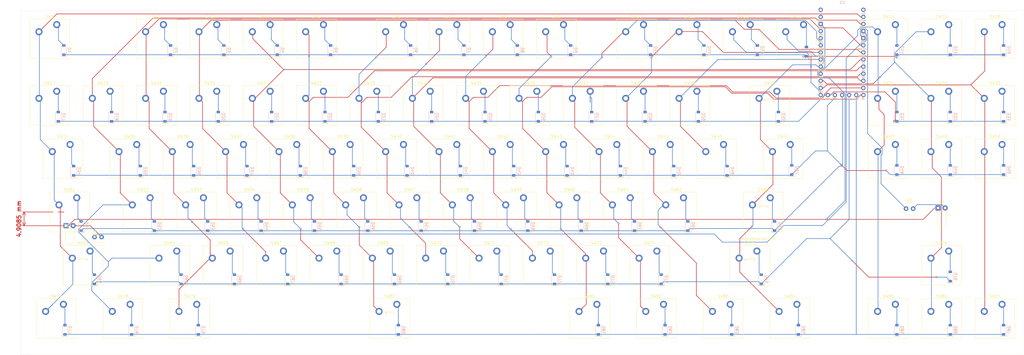
<source format=kicad_pcb>
(kicad_pcb (version 20221018) (generator pcbnew)
  (layers (0 "F.Cu" signal) (31 "B.Cu" signal) (34 "B.Paste" user) (35 "F.Paste" user) (36 "B.SilkS" user "B.Silkscreen") (37 "F.SilkS" user "F.Silkscreen") (38 "B.Mask" user) (39 "F.Mask" user) (44 "Edge.Cuts" user))
  (net 0 "")
  (net 1 "Net-(D1-K)")
  (net 2 "Net-(D1-A)")
  (net 3 "Net-(D2-A)")
  (net 4 "Net-(D3-A)")
  (net 5 "Net-(D4-A)")
  (net 6 "Net-(D5-A)")
  (net 7 "Net-(D6-A)")
  (net 8 "Net-(D7-A)")
  (net 9 "Net-(D8-A)")
  (net 10 "Net-(D9-A)")
  (net 11 "Net-(D10-A)")
  (net 12 "Net-(D11-A)")
  (net 13 "Net-(D12-A)")
  (net 14 "Net-(D13-A)")
  (net 15 "Net-(D14-A)")
  (net 16 "Net-(D15-A)")
  (net 17 "Net-(D16-A)")
  (net 18 "Net-(D17-A)")
  (net 19 "Net-(D18-A)")
  (net 20 "Net-(D19-A)")
  (net 21 "Net-(D20-A)")
  (net 22 "Net-(D21-A)")
  (net 23 "Net-(D22-A)")
  (net 24 "Net-(D23-A)")
  (net 25 "Net-(D24-A)")
  (net 26 "Net-(D25-A)")
  (net 27 "Net-(D26-A)")
  (net 28 "Net-(D27-A)")
  (net 29 "Net-(D28-A)")
  (net 30 "Net-(D29-A)")
  (net 31 "Net-(D30-A)")
  (net 32 "Net-(D31-A)")
  (net 33 "Net-(D32-A)")
  (net 34 "Net-(D33-A)")
  (net 35 "Net-(D34-A)")
  (net 36 "Net-(D35-A)")
  (net 37 "Net-(D36-A)")
  (net 38 "Net-(D37-A)")
  (net 39 "Net-(D38-A)")
  (net 40 "Net-(D39-A)")
  (net 41 "Net-(D40-A)")
  (net 42 "Net-(D41-A)")
  (net 43 "Net-(D42-A)")
  (net 44 "Net-(D43-A)")
  (net 45 "Net-(D44-A)")
  (net 46 "Net-(D45-A)")
  (net 47 "Net-(D46-A)")
  (net 48 "Net-(D47-A)")
  (net 49 "Net-(D48-A)")
  (net 50 "Net-(D49-A)")
  (net 51 "Net-(D50-A)")
  (net 52 "Net-(D51-A)")
  (net 53 "Net-(D52-A)")
  (net 54 "Net-(D53-A)")
  (net 55 "Net-(D54-A)")
  (net 56 "Net-(D55-A)")
  (net 57 "Net-(D56-A)")
  (net 58 "Net-(D57-A)")
  (net 59 "Net-(D58-A)")
  (net 60 "Net-(D59-A)")
  (net 61 "Net-(D60-A)")
  (net 62 "Net-(D61-A)")
  (net 63 "Net-(D62-A)")
  (net 64 "Net-(D63-A)")
  (net 65 "Net-(D64-A)")
  (net 66 "Net-(D65-A)")
  (net 67 "Net-(D69-A)")
  (net 68 "Net-(D70-A)")
  (net 69 "Net-(D71-A)")
  (net 70 "Net-(D72-A)")
  (net 71 "Net-(D73-A)")
  (net 72 "Net-(D74-A)")
  (net 73 "Net-(D75-A)")
  (net 74 "Net-(D76-A)")
  (net 75 "Net-(D77-A)")
  (net 76 "Net-(D78-A)")
  (net 77 "Net-(D79-A)")
  (net 78 "Net-(D82-A)")
  (net 79 "Net-(D84-A)")
  (net 80 "Net-(D86-A)")
  (net 81 "Net-(D87-A)")
  (net 82 "Net-(R1-Pad1)")
  (net 83 "Net-(R2-Pad1)")
  (net 84 "Net-(U1-D0)")
  (net 85 "Net-(U1-D2)")
  (net 86 "Net-(U1-D3)")
  (net 87 "Net-(U1-D4)")
  (net 88 "Net-(U1-D5)")
  (net 89 "Net-(U1-D6)")
  (net 90 "Net-(U1-D7)")
  (net 91 "Net-(U1-D8)")
  (net 92 "/row_0")
  (net 93 "Net-(U1-D29{slash}A3)")
  (net 94 "Net-(U1-D28{slash}A2)")
  (net 95 "Net-(U1-D27{slash}A1)")
  (net 96 "Net-(U1-D26{slash}A0)")
  (net 97 "Net-(U1-D22)")
  (net 98 "Net-(U1-D20)")
  (net 99 "Net-(U1-D23)")
  (net 100 "Net-(U1-D1)")
  (net 106 "Net-(D17-K)")
  (net 107 "Net-(D34-K)")
  (net 108 "Net-(D51-K)")
  (net 109 "Net-(D64-K)")
  (net 110 "Net-(D66-A)")
  (net 111 "Net-(D67-A)")
  (net 112 "Net-(D68-A)")
  (net 113 "Net-(D77-K)")
  (net 114 "Net-(D80-A)")
  (net 115 "Net-(D81-A)")
  (net 116 "Net-(D83-A)")
  (net 117 "Net-(D85-A)")
  (net 118 "Net-(E1-K)")
  (net 119 "Net-(E1-A)")
  (net 120 "Net-(E2-A)")
  (footprint "PCM_Switch_Keyboard_Cherry_MX:SW_Cherry_MX_PCB" (layer "F.Cu") (at 263.125 34.525)
    (fp_text reference "SW11")
    (fp_text value "SW_Push")
  )
  (footprint "PCM_Switch_Keyboard_Cherry_MX:SW_Cherry_MX_PCB" (layer "F.Cu") (at 196.45 77.3875)
    (fp_text reference "SW42")
    (fp_text value "SW_Push")
  )
  (footprint "PCM_Switch_Keyboard_Cherry_MX:SW_Cherry_MX_PCB" (layer "F.Cu") (at 258.3625 96.4375)
    (fp_text reference "SW62")
    (fp_text value "SW_Push")
  )
  (footprint "PCM_Switch_Keyboard_Cherry_MX:SW_Cherry_MX_PCB" (layer "F.Cu") (at 353.06 34.525)
    (fp_text reference "SW15")
    (fp_text value "SW_Push")
  )
  (footprint "PCM_Switch_Keyboard_Cherry_MX:SW_Cherry_MX_PCB" (layer "F.Cu") (at 182.1625 96.4375)
    (fp_text reference "SW58")
    (fp_text value "SW_Push")
  )
  (footprint "PCM_Switch_Keyboard_Cherry_MX:SW_Cherry_MX_PCB" (layer "F.Cu") (at 125.0125 96.4375)
    (fp_text reference "SW55")
    (fp_text value "SW_Push")
  )
  (footprint "PCM_Switch_Keyboard_Cherry_MX:SW_Cherry_MX_PCB" (layer "F.Cu") (at 67.8625 96.4375)
    (fp_text reference "SW52")
    (fp_text value "SW_Push")
  )
  (footprint "PCM_Switch_Keyboard_Cherry_MX:SW_Cherry_MX_PCB" (layer "F.Cu") (at 139.3 77.3875)
    (fp_text reference "SW39")
    (fp_text value "SW_Push")
  )
  (footprint "PCM_Switch_Keyboard_Cherry_MX:SW_Cherry_MX_PCB" (layer "F.Cu") (at 177.4 77.3875)
    (fp_text reference "SW41")
    (fp_text value "SW_Push")
  )
  (footprint "PCM_Switch_Keyboard_Cherry_MX:SW_Cherry_MX_PCB" (layer "F.Cu") (at 172.6375 115.4875)
    (fp_text reference "SW70")
    (fp_text value "SW_Push")
  )
  (footprint "PCM_Switch_Keyboard_Cherry_MX:SW_Cherry_MX_PCB" (layer "F.Cu") (at 334.01 34.525)
    (fp_text reference "SW14")
    (fp_text value "SW_Push")
  )
  (footprint "PCM_Switch_Keyboard_Cherry_MX:SW_Cherry_MX_PCB" (layer "F.Cu") (at 353.06 134.5375)
    (fp_text reference "SW86")
    (fp_text value "SW_Push")
  )
  (footprint "PCM_Switch_Keyboard_Cherry_MX:SW_Cherry_MX_PCB" (layer "F.Cu") (at 225.025 58.3375)
    (fp_text reference "SW27")
    (fp_text value "SW_Push")
  )
  (footprint "PCM_Switch_Keyboard_Cherry_MX:SW_Cherry_MX_PCB" (layer "F.Cu") (at 163.1125 96.4375)
    (fp_text reference "SW57")
    (fp_text value "SW_Push")
  )
  (footprint "PCM_Switch_Keyboard_Cherry_MX:SW_Cherry_MX_PCB" (layer "F.Cu") (at 129.775 58.3375)
    (fp_text reference "SW22")
    (fp_text value "SW_Push")
  )
  (footprint "PCM_Switch_Keyboard_Cherry_MX:SW_Cherry_MX_PCB" (layer "F.Cu") (at 275.0313 134.5375)
    (fp_text reference "SW83")
    (fp_text value "SW_Push")
  )
  (footprint "PCM_Switch_Keyboard_Cherry_MX:SW_Cherry_MX_PCB" (layer "F.Cu") (at 296.4625 77.3875)
    (fp_text reference "SW47")
    (fp_text value "SW_Push")
  )
  (footprint "PCM_Switch_Keyboard_Cherry_MX:SW_Cherry_MX_PCB" (layer "F.Cu") (at 282.175 34.525)
    (fp_text reference "SW12")
    (fp_text value "SW_Push")
  )
  (footprint "PCM_Switch_Keyboard_Cherry_MX:SW_Cherry_MX_PCB" (layer "F.Cu") (at 91.675 34.525)
    (fp_text reference "SW3")
    (fp_text value "SW_Push")
  )
  (footprint "PCM_Switch_Keyboard_Cherry_MX:SW_Cherry_MX_PCB" (layer "F.Cu") (at 372.11 34.525)
    (fp_text reference "SW16")
    (fp_text value "SW_Push")
  )
  (footprint "PCM_Switch_Keyboard_Cherry_MX:SW_Cherry_MX_PCB" (layer "F.Cu") (at 53.575 58.3375)
    (fp_text reference "SW18")
    (fp_text value "SW_Push")
  )
  (footprint "PCM_Switch_Keyboard_Cherry_MX:SW_Cherry_MX_PCB" (layer "F.Cu") (at 177.4 34.525)
    (fp_text reference "SW7")
    (fp_text value "SW_Push")
  )
  (footprint "PCM_Switch_Keyboard_Cherry_MX:SW_Cherry_MX_PCB" (layer "F.Cu") (at 215.5 34.525)
    (fp_text reference "SW9")
    (fp_text value "SW_Push")
  )
  (footprint "OptoDevice:R_LDR_4.9x4.2mm_P2.54mm_Vertical" (layer "F.Cu") (at 340.36 95.25)
    (fp_text reference "R2")
    (fp_text value "VT93xx")
  )
  (footprint "PCM_Switch_Keyboard_Cherry_MX:SW_Cherry_MX_PCB" (layer "F.Cu") (at 334.01 134.5375)
    (fp_text reference "SW85")
    (fp_text value "SW_Push")
  )
  (footprint "PCM_Switch_Keyboard_Cherry_MX:SW_Cherry_MX_PCB" (layer "F.Cu") (at 120.25 77.3875)
    (fp_text reference "SW38")
    (fp_text value "SW_Push")
  )
  (footprint "PCM_Switch_Keyboard_Cherry_MX:SW_Cherry_MX_PCB" (layer "F.Cu") (at 298.8438 134.5375)
    (fp_text reference "SW84")
    (fp_text value "SW_Push")
  )
  (footprint "PCM_Switch_Keyboard_Cherry_MX:SW_Cherry_MX_PCB" (layer "F.Cu") (at 244.075 58.3375)
    (fp_text reference "SW28")
    (fp_text value "SW_Push")
  )
  (footprint "PCM_Mounting_Keyboard_Stabilizer:Stabilizer_Cherry_MX_2.00u" (layer "F.Cu") (at 46.3963 115.5075)
    (fp_text reference "REF5")
    (fp_text value "Stabilizer_Cherry_MX_2.00u")
  )
  (footprint "PCM_Switch_Keyboard_Cherry_MX:SW_Cherry_MX_PCB" (layer "F.Cu") (at 239.3125 96.4375)
    (fp_text reference "SW61")
    (fp_text value "SW_Push")
  )
  (footprint "PCM_Switch_Keyboard_Cherry_MX:SW_Cherry_MX_PCB" (layer "F.Cu") (at 86.9125 96.4375)
    (fp_text reference "SW53")
    (fp_text value "SW_Push")
  )
  (footprint "PCM_Switch_Keyboard_Cherry_MX:SW_Cherry_MX_PCB" (layer "F.Cu") (at 210.7375 115.4875)
    (fp_text reference "SW72")
    (fp_text value "SW_Push")
  )
  (footprint "PCM_Switch_Keyboard_Cherry_MX:SW_Cherry_MX_PCB" (layer "F.Cu") (at 353.06 115.4875)
    (fp_text reference "SW76")
    (fp_text value "SW_Push")
  )
  (footprint "PCM_Switch_Keyboard_Cherry_MX:SW_Cherry_MX_PCB" (layer "F.Cu") (at 148.825 58.3375)
    (fp_text reference "SW23")
    (fp_text value "SW_Push")
  )
  (footprint "PCM_Switch_Keyboard_Cherry_MX:SW_Cherry_MX_PCB" (layer "F.Cu") (at 134.5375 115.4875)
    (fp_text reference "SW68")
    (fp_text value "SW_Push")
  )
  (footprint "PCM_Switch_Keyboard_Cherry_MX:SW_Cherry_MX_PCB" (layer "F.Cu") (at 144.0625 96.4375)
    (fp_text reference "SW56")
    (fp_text value "SW_Push")
  )
  (footprint "PCM_Switch_Keyboard_Cherry_MX:SW_Cherry_MX_PCB" (layer "F.Cu") (at 41.6688 96.4375)
    (fp_text reference "SW51")
    (fp_text value "SW_Push")
  )
  (footprint "PCM_Switch_Keyboard_Cherry_MX:SW_Cherry_MX_PCB" (layer "F.Cu") (at 115.4875 115.4875)
    (fp_text reference "SW67")
    (fp_text value "SW_Push")
  )
  (footprint "PCM_Switch_Keyboard_Cherry_MX:SW_Cherry_MX_PCB" (layer "F.Cu") (at 77.3875 115.4875)
    (fp_text reference "SW65")
    (fp_text value "SW_Push")
  )
  (footprint "PCM_Switch_Keyboard_Cherry_MX:SW_Cherry_MX_PCB" (layer "F.Cu") (at 60.7188 134.5375)
    (fp_text reference "SW78")
    (fp_text value "SW_Push")
  )
  (footprint "PCM_Switch_Keyboard_Cherry_MX:SW_Cherry_MX_PCB" (layer "F.Cu") (at 205.975 58.3375)
    (fp_text reference "SW26")
    (fp_text value "SW_Push")
  )
  (footprint "PCM_Switch_Keyboard_Cherry_MX:SW_Cherry_MX_PCB" (layer "F.Cu") (at 91.675 58.3375)
    (fp_text reference "SW20")
    (fp_text value "SW_Push")
  )
  (footprint "PCM_Switch_Keyboard_Cherry_MX:SW_Cherry_MX_PCB" (layer "F.Cu") (at 46.4313 115.4875)
    (fp_text reference "SW64")
    (fp_text value "SW_Push")
  )
  (footprint "PCM_Switch_Keyboard_Cherry_MX:SW_Cherry_MX_PCB" (layer "F.Cu") (at 284.5563 115.4875)
    (fp_text reference "SW75")
    (fp_text value "SW_Push")
  )
  (footprint "PCM_Switch_Keyboard_Cherry_MX:SW_Cherry_MX_PCB" (layer "F.Cu") (at 251.2188 134.5375)
    (fp_text reference "SW82")
    (fp_text value "SW_Push")
  )
  (footprint "PCM_Switch_Keyboard_Cherry_MX:SW_Cherry_MX_PCB" (layer "F.Cu") (at 272.65 77.3875)
    (fp_text reference "SW46")
    (fp_text value "SW_Push")
  )
  (footprint "PCM_Switch_Keyboard_Cherry_MX:SW_Cherry_MX_PCB" (layer "F.Cu") (at 191.6875 115.4875)
    (fp_text reference "SW71")
    (fp_text value "SW_Push")
  )
  (footprint "PCM_Switch_Keyboard_Cherry_MX:SW_Cherry_MX_PCB" (layer "F.Cu") (at 72.625 34.525)
    (fp_text reference "SW2")
    (fp_text value "SW_Push")
  )
  (footprint "PCM_Switch_Keyboard_Cherry_MX:SW_Cherry_MX_PCB" (layer "F.Cu") (at 234.55 77.3875)
    (fp_text reference "SW44")
    (fp_text value "SW_Push")
  )
  (footprint "PCM_Switch_Keyboard_Cherry_MX:SW_Cherry_MX_PCB" (layer "F.Cu") (at 248.8375 115.4875)
    (fp_text reference "SW74")
    (fp_text value "SW_Push")
  )
  (footprint "PCM_Switch_Keyboard_Cherry_MX:SW_Cherry_MX_PCB" (layer "F.Cu") (at 353.06 58.3375)
    (fp_text reference "SW32")
    (fp_text value "SW_Push")
  )
  (footprint "PCM_Switch_Keyboard_Cherry_MX:SW_Cherry_MX_PCB" (layer "F.Cu") (at 186.925 58.3375)
    (fp_text reference "SW25")
    (fp_text value "SW_Push")
  )
  (footprint "PCM_Switch_Keyboard_Cherry_MX:SW_Cherry_MX_PCB" (layer "F.Cu") (at 82.15 77.3875)
    (fp_text reference "SW36")
    (fp_text value "SW_Push")
  )
  (footprint "PCM_Switch_Keyboard_Cherry_MX:SW_Cherry_MX_PCB" (layer "F.Cu") (at 129.775 34.525)
    (fp_text reference "SW5")
    (fp_text value "SW_Push")
  )
  (footprint "PCM_Switch_Keyboard_Cherry_MX:SW_Cherry_MX_PCB" (layer "F.Cu") (at 196.45 34.525)
    (fp_text reference "SW8")
    (fp_text value "SW_Push")
  )
  (footprint "PCM_Mounting_Keyboard_Stabilizer:Stabilizer_Cherry_MX_2.00u" (layer "F.Cu") (at 289.3575 96.455)
    (fp_text reference "Stab1")
    (fp_text value "Stabilizer_Cherry_MX_2.00u")
  )
  (footprint "PCM_Switch_Keyboard_Cherry_MX:SW_Cherry_MX_PCB" (layer "F.Cu") (at 63.1 77.3875)
    (fp_text reference "SW35")
    (fp_text value "SW_Push")
  )
  (footprint "PCM_Switch_Keyboard_Cherry_MX:SW_Cherry_MX_PCB" (layer "F.Cu") (at 34.525 34.525)
    (fp_text reference "SW1")
    (fp_text value "SW_Push")
  )
  (footprint "PCM_Switch_Keyboard_Cherry_MX:SW_Cherry_MX_PCB" (layer "F.Cu") (at 158.35 77.3875)
    (fp_text reference "SW40")
    (fp_text value "SW_Push")
  )
  (footprint "LED_THT:LED_D3.0mm_Horizontal_O1.27mm_Z2.0mm" (layer "F.Cu") (at 40.386 101.346)
    (fp_text reference "E1")
    (fp_text value "LED")
  )
  (footprint "PCM_Switch_Keyboard_Cherry_MX:SW_Cherry_MX_PCB" (layer "F.Cu") (at 201.2125 96.4375)
    (fp_text reference "SW59")
    (fp_text value "SW_Push")
  )
  (footprint "PCM_Switch_Keyboard_Cherry_MX:SW_Cherry_MX_PCB" (layer "F.Cu") (at 72.625 58.3375)
    (fp_text reference "SW19")
    (fp_text value "SW_Push")
  )
  (footprint "PCM_Switch_Keyboard_Cherry_MX:SW_Cherry_MX_PCB" (layer "F.Cu") (at 263.125 58.3375)
    (fp_text reference "SW29")
    (fp_text value "SW_Push")
  )
  (footprint "PCM_Switch_Keyboard_Cherry_MX:SW_Cherry_MX_PCB" (layer "F.Cu") (at 110.725 34.525)
    (fp_text reference "SW4")
    (fp_text value "SW_Push")
  )
  (footprint "PCM_Switch_Keyboard_Cherry_MX:SW_Cherry_MX_PCB" (layer "F.Cu") (at 96.4375 115.4875)
    (fp_text reference "SW66")
    (fp_text value "SW_Push")
  )
  (footprint "PCM_Switch_Keyboard_Cherry_MX:SW_Cherry_MX_PCB" (layer "F.Cu") (at 229.7875 115.4875)
    (fp_text reference "SW73")
    (fp_text value "SW_Push")
  )
  (footprint "LED_THT:LED_D3.0mm_Horizontal_O1.27mm_Z2.0mm" (layer "F.Cu") (at 351.79 94.996)
    (fp_text reference "E2")
    (fp_text value "LED")
  )
  (footprint "PCM_Switch_Keyboard_Cherry_MX:SW_Cherry_MX_PCB" (layer "F.Cu") (at 101.2 77.3875)
    (fp_text reference "SW37")
    (fp_text value "SW_Push")
  )
  (footprint "PCM_Switch_Keyboard_Cherry_MX:SW_Cherry_MX_PCB" (layer "F.Cu") (at 227.4063 134.5375)
    (fp_text reference "SW81")
    (fp_text value "SW_Push")
  )
  (footprint "OptoDevice:R_LDR_4.9x4.2mm_P2.54mm_Vertical" (layer "F.Cu") (at 50.546 105.41)
    (fp_text reference "R1")
    (fp_text value "VT93xx")
  )
  (footprint "PCM_Switch_Keyboard_Cherry_MX:SW_Cherry_MX_PCB" (layer "F.Cu") (at 34.525 58.3375)
    (fp_text reference "SW17")
    (fp_text value "SW_Push")
  )
  (footprint "PCM_Mounting_Keyboard_Stabilizer:Stabilizer_Cherry_MX_6.25u" (layer "F.Cu") (at 155.95 134.56)
    (fp_text reference "REF4")
    (fp_text value "Stabilizer_Cherry_MX_6.25u")
  )
  (footprint "PCM_Switch_Keyboard_Cherry_MX:SW_Cherry_MX_PCB" (layer "F.Cu") (at 84.5313 134.5375)
    (fp_text reference "SW79")
    (fp_text value "SW_Push")
  )
  (footprint "PCM_Switch_Keyboard_Cherry_MX:SW_Cherry_MX_PCB" (layer "F.Cu") (at 372.11 58.3375)
    (fp_text reference "SW33")
    (fp_text value "SW_Push")
  )
  (footprint "PCM_Switch_Keyboard_Cherry_MX:SW_Cherry_MX_PCB" (layer "F.Cu") (at 334.01 77.3875)
    (fp_text reference "SW48")
    (fp_text value "SW_Push")
  )
  (footprint "PCM_Mounting_Keyboard_Stabilizer:Stabilizer_Cherry_MX_2.00u" (layer "F.Cu") (at 284.55 115.49)
    (fp_text reference "stab2")
    (fp_text value "Stabilizer_Cherry_MX_2.00u")
  )
  (footprint "PCM_Switch_Keyboard_Cherry_MX:SW_Cherry_MX_PCB" (layer "F.Cu") (at 291.7 58.3375)
    (fp_text reference "SW30")
    (fp_text value "SW_Push")
  )
  (footprint "PCM_Switch_Keyboard_Cherry_MX:SW_Cherry_MX_PCB" (layer "F.Cu") (at 155.9688 134.5375)
    (fp_text reference "SW80")
    (fp_text value "SW_Push")
  )
  (footprint "PCM_Switch_Keyboard_Cherry_MX:SW_Cherry_MX_PCB" (layer "F.Cu") (at 215.5 77.3875)
    (fp_text reference "SW43")
    (fp_text value "SW_Push")
  )
  (footprint "PCM_Switch_Keyboard_Cherry_MX:SW_Cherry_MX_PCB" (layer "F.Cu") (at 244.075 34.525)
    (fp_text reference "SW10")
    (fp_text value "SW_Push")
  )
  (footprint "PCM_Switch_Keyboard_Cherry_MX:SW_Cherry_MX_PCB" (layer "F.Cu") (at 301.225 34.525)
    (fp_text reference "SW13")
    (fp_text value "SW_Push")
  )
  (footprint "PCM_Switch_Keyboard_Cherry_MX:SW_Cherry_MX_PCB" (layer "F.Cu") (at 353.06 77.3875)
    (fp_text reference "SW49")
    (fp_text value "SW_Push")
  )
  (footprint "PCM_Switch_Keyboard_Cherry_MX:SW_Cherry_MX_PCB" (layer "F.Cu") (at 289.3188 96.4375)
    (fp_text reference "SW63")
    (fp_text value "SW_Push")
  )
  (footprint "PCM_Mounting_Keyboard_Stabilizer:Stabilizer_Cherry_MX_2.00u" (layer "F.Cu") (at 291.68 58.35)
    (fp_text reference "stab3")
    (fp_text value "Stabilizer_Cherry_MX_2.00u")
  )
  (footprint "PCM_Switch_Keyboard_Cherry_MX:SW_Cherry_MX_PCB" (layer "F.Cu") (at 253.6 77.3875)
    (fp_text reference "SW45")
    (fp_text value "SW_Push")
  )
  (footprint "PCM_Switch_Keyboard_Cherry_MX:SW_Cherry_MX_PCB" (layer "F.Cu") (at 39.2875 77.3875)
    (fp_text reference "SW34")
    (fp_text value "SW_Push")
  )
  (footprint "PCM_Switch_Keyboard_Cherry_MX:SW_Cherry_MX_PCB" (layer "F.Cu") (at 153.5875 115.4875)
    (fp_text reference "SW69")
    (fp_text value "SW_Push")
  )
  (footprint "PCM_Switch_Keyboard_Cherry_MX:SW_Cherry_MX_PCB" (layer "F.Cu") (at 334.01 58.3375)
    (fp_text reference "SW31")
    (fp_text value "SW_Push")
  )
  (footprint "PCM_Switch_Keyboard_Cherry_MX:SW_Cherry_MX_PCB" (layer "F.Cu") (at 167.875 58.3375)
    (fp_text reference "SW24")
    (fp_text value "SW_Push")
  )
  (footprint "PCM_Switch_Keyboard_Cherry_MX:SW_Cherry_MX_PCB" (layer "F.Cu") (at 36.9063 134.5375)
    (fp_text reference "SW77")
    (fp_text value "SW_Push")
  )
  (footprint "PCM_Switch_Keyboard_Cherry_MX:SW_Cherry_MX_PCB" (layer "F.Cu") (at 158.35 34.525)
    (fp_text reference "SW6")
    (fp_text value "SW_Push")
  )
  (footprint "PCM_Switch_Keyboard_Cherry_MX:SW_Cherry_MX_PCB" (layer "F.Cu") (at 220.2625 96.4375)
    (fp_text reference "SW60")
    (fp_text value "SW_Push")
  )
  (footprint "PCM_Switch_Keyboard_Cherry_MX:SW_Cherry_MX_PCB" (layer "F.Cu") (at 372.11 77.3875)
    (fp_text reference "SW50")
    (fp_text value "SW_Push")
  )
  (footprint "PCM_Switch_Keyboard_Cherry_MX:SW_Cherry_MX_PCB" (layer "F.Cu") (at 372.11 134.5375)
    (fp_text reference "SW87")
    (fp_text value "SW_Push")
  )
  (footprint "PCM_Switch_Keyboard_Cherry_MX:SW_Cherry_MX_PCB" (layer "F.Cu") (at 110.725 58.3375)
    (fp_text reference "SW21")
    (fp_text value "SW_Push")
  )
  (footprint "PCM_Switch_Keyboard_Cherry_MX:SW_Cherry_MX_PCB" (layer "F.Cu") (at 105.9625 96.4375)
    (fp_text reference "SW54")
    (fp_text value "SW_Push")
  )
  (footprint "Frood:PinHeader_2x13+5_P2.54mm_Vertical_Elite-C" (layer "B.Cu") (at 317.5 24.13 180)
    (fp_text reference "U1")
    (fp_text value "ProMicro" hide)
  )
  (footprint "Diode_SMD:D_SOD-123" (layer "B.Cu") (at 299.5425 81.4175 90)
    (fp_text reference "D47")
    (fp_text value "D_Schottky")
  )
  (footprint "Diode_SMD:D_SOD-123" (layer "B.Cu") (at 257.41 81.6875 90)
    (fp_text reference "D45")
    (fp_text value "D_Schottky")
  )
  (footprint "Diode_SMD:D_SOD-123" (layer "B.Cu") (at 124.06 81.6875 90)
    (fp_text reference "D38")
    (fp_text value "D_Schottky")
  )
  (footprint "Diode_SMD:D_SOD-123" (layer "B.Cu") (at 233.8675 120.5175 90)
    (fp_text reference "D73")
    (fp_text value "D_Schottky")
  )
  (footprint "Diode_SMD:D_SOD-123" (layer "B.Cu") (at 182.48 38.555 90)
    (fp_text reference "D7")
    (fp_text value "D_Schottky")
  )
  (footprint "Diode_SMD:D_SOD-123" (layer "B.Cu") (at 162.16 81.6875 90)
    (fp_text reference "D40")
    (fp_text value "D_Schottky")
  )
  (footprint "Diode_SMD:D_SOD-123" (layer "B.Cu") (at 87.6113 138.5675 90)
    (fp_text reference "D79")
    (fp_text value "D_Schottky")
  )
  (footprint "Diode_SMD:D_SOD-123" (layer "B.Cu") (at 200.26 81.6875 90)
    (fp_text reference "D42")
    (fp_text value "D_Schottky")
  )
  (footprint "Diode_SMD:D_SOD-123" (layer "B.Cu") (at 288.6363 120.5175 90)
    (fp_text reference "D75")
    (fp_text value "D_Schottky")
  )
  (footprint "Diode_SMD:D_SOD-123" (layer "B.Cu") (at 356.14 119.5175 90)
    (fp_text reference "D76")
    (fp_text value "D_Schottky")
  )
  (footprint "Diode_SMD:D_SOD-123" (layer "B.Cu") (at 293.3988 101.4675 90)
    (fp_text reference "D63")
    (fp_text value "D_Schottky")
  )
  (footprint "Diode_SMD:D_SOD-123" (layer "B.Cu") (at 337.09 138.5675 90)
    (fp_text reference "D85")
    (fp_text value "D_Schottky")
  )
  (footprint "Diode_SMD:D_SOD-123" (layer "B.Cu") (at 219.31 81.6875 90)
    (fp_text reference "D43")
    (fp_text value "D_Schottky")
  )
  (footprint "Diode_SMD:D_SOD-123" (layer "B.Cu") (at 163.43 38.555 90)
    (fp_text reference "D6")
    (fp_text value "D_Schottky")
  )
  (footprint "Diode_SMD:D_SOD-123" (layer "B.Cu") (at 268.205 38.555 90)
    (fp_text reference "D11")
    (fp_text value "D_Schottky")
  )
  (footprint "Diode_SMD:D_SOD-123" (layer "B.Cu") (at 39.605 38.555 90)
    (fp_text reference "D1")
    (fp_text value "D_Schottky")
  )
  (footprint "Diode_SMD:D_SOD-123" (layer "B.Cu") (at 205.2925 101.4675 90)
    (fp_text reference "D59")
    (fp_text value "D_Schottky")
  )
  (footprint "Diode_SMD:D_SOD-123" (layer "B.Cu") (at 230.4863 138.5675 90)
    (fp_text reference "D81")
    (fp_text value "D_Schottky")
  )
  (footprint "Diode_SMD:D_SOD-123" (layer "B.Cu") (at 356.14 138.5675 90)
    (fp_text reference "D86")
    (fp_text value "D_Schottky")
  )
  (footprint "Diode_SMD:D_SOD-123" (layer "B.Cu") (at 94.755 62.3675 90)
    (fp_text reference "D20")
    (fp_text value "D_Schottky")
  )
  (footprint "Diode_SMD:D_SOD-123" (layer "B.Cu") (at 375.19 38.555 90)
    (fp_text reference "D16")
    (fp_text value "D_Schottky")
  )
  (footprint "Diode_SMD:D_SOD-123" (layer "B.Cu") (at 252.9175 120.5175 90)
    (fp_text reference "D74")
    (fp_text value "D_Schottky")
  )
  (footprint "Diode_SMD:D_SOD-123" (layer "B.Cu") (at 43.0975 81.6875 90)
    (fp_text reference "D34")
    (fp_text value "D_Schottky")
  )
  (footprint "Diode_SMD:D_SOD-123" (layer "B.Cu") (at 287.255 38.555 90)
    (fp_text reference "D12")
    (fp_text value "D_Schottky")
  )
  (footprint "Diode_SMD:D_SOD-123" (layer "B.Cu") (at 247.155 62.3675 90)
    (fp_text reference "D28")
    (fp_text value "D_Schottky")
  )
  (footprint "Diode_SMD:D_SOD-123" (layer "B.Cu") (at 138.6175 120.5175 90)
    (fp_text reference "D68")
    (fp_text value "D_Schottky")
  )
  (footprint "Diode_SMD:D_SOD-123" (layer "B.Cu") (at 75.705 62.3675 90)
    (fp_text reference "D19")
    (fp_text value "D_Schottky")
  )
  (footprint "Diode_SMD:D_SOD-123" (layer "B.Cu") (at 276.46 81.6875 90)
    (fp_text reference "D46")
    (fp_text value "D_Schottky")
  )
  (footprint "Diode_SMD:D_SOD-123" (layer "B.Cu") (at 304.8 39.1 90)
    (fp_text reference "D13")
    (fp_text value "D_Schottky")
  )
  (footprint "Diode_SMD:D_SOD-123" (layer "B.Cu") (at 224.3425 101.4675 90)
    (fp_text reference "D60")
    (fp_text value "D_Schottky")
  )
  (footprint "Diode_SMD:D_SOD-123" (layer "B.Cu") (at 45.7488 101.4675 90)
    (fp_text reference "D51")
    (fp_text value "D_Schottky")
  )
  (footprint "Diode_SMD:D_SOD-123" (layer "B.Cu") (at 278.1113 138.5675 90)
    (fp_text reference "D83")
    (fp_text value "D_Schottky")
  )
  (footprint "Diode_SMD:D_SOD-123" (layer "B.Cu") (at 85.96 81.6875 90)
    (fp_text reference "D36")
    (fp_text value "D_Schottky")
  )
  (footprint "Diode_SMD:D_SOD-123" (layer "B.Cu") (at 375.19 62.3675 90)
    (fp_text reference "D33")
    (fp_text value "D_Schottky")
  )
  (footprint "Diode_SMD:D_SOD-123" (layer "B.Cu") (at 375.19 138.5675 90)
    (fp_text reference "D87")
    (fp_text value "D_Schottky")
  )
  (footprint "Diode_SMD:D_SOD-123" (layer "B.Cu") (at 356.14 38.555 90)
    (fp_text reference "D15")
    (fp_text value "D_Schottky")
  )
  (footprint "Diode_SMD:D_SOD-123" (layer "B.Cu") (at 301.9238 138.5675 90)
    (fp_text reference "D84")
    (fp_text value "D_Schottky")
  )
  (footprint "Diode_SMD:D_SOD-123" (layer "B.Cu") (at 337.09 38.555 90)
    (fp_text reference "D14")
    (fp_text value "D_Schottky")
  )
  (footprint "Diode_SMD:D_SOD-123" (layer "B.Cu") (at 262.4425 101.4675 90)
    (fp_text reference "D62")
    (fp_text value "D_Schottky")
  )
  (footprint "Diode_SMD:D_SOD-123" (layer "B.Cu") (at 157.6675 120.5175 90)
    (fp_text reference "D69")
    (fp_text value "D_Schottky")
  )
  (footprint "Diode_SMD:D_SOD-123" (layer "B.Cu") (at 151.905 62.3675 90)
    (fp_text reference "D23")
    (fp_text value "D_Schottky")
  )
  (footprint "Diode_SMD:D_SOD-123" (layer "B.Cu") (at 176.7175 120.5175 90)
    (fp_text reference "D70")
    (fp_text value "D_Schottky")
  )
  (footprint "Diode_SMD:D_SOD-123" (layer "B.Cu") (at 266.205 62.3675 90)
    (fp_text reference "D29")
    (fp_text value "D_Schottky")
  )
  (footprint "Diode_SMD:D_SOD-123" (layer "B.Cu") (at 356.14 62.3675 90)
    (fp_text reference "D32")
    (fp_text value "D_Schottky")
  )
  (footprint "Diode_SMD:D_SOD-123" (layer "B.Cu") (at 238.36 81.6875 90)
    (fp_text reference "D44")
    (fp_text value "D_Schottky")
  )
  (footprint "Diode_SMD:D_SOD-123" (layer "B.Cu") (at 63.7988 138.5675 90)
    (fp_text reference "D78")
    (fp_text value "D_Schottky")
  )
  (footprint "Diode_SMD:D_SOD-123" (layer "B.Cu") (at 132.855 62.3675 90)
    (fp_text reference "D22")
    (fp_text value "D_Schottky")
  )
  (footprint "Diode_SMD:D_SOD-123" (layer "B.Cu") (at 356.14 81.4175 90)
    (fp_text reference "D49")
    (fp_text value "D_Schottky")
  )
  (footprint "Diode_SMD:D_SOD-123" (layer "B.Cu") (at 96.755 38.555 90)
    (fp_text reference "D3")
    (fp_text value "D_Schottky")
  )
  (footprint "Diode_SMD:D_SOD-123" (layer "B.Cu") (at 39.9863 138.5675 90)
    (fp_text reference "D77")
    (fp_text value "D_Schottky")
  )
  (footprint "Diode_SMD:D_SOD-123" (layer "B.Cu") (at 243.3925 101.4675 90)
    (fp_text reference "D61")
    (fp_text value "D_Schottky")
  )
  (footprint "Diode_SMD:D_SOD-123" (layer "B.Cu") (at 214.8175 120.5175 90)
    (fp_text reference "D72")
    (fp_text value "D_Schottky")
  )
  (footprint "Diode_SMD:D_SOD-123" (layer "B.Cu") (at 167.1925 101.4675 90)
    (fp_text reference "D57")
    (fp_text value "D_Schottky")
  )
  (footprint "Diode_SMD:D_SOD-123" (layer "B.Cu") (at 129.0925 101.4675 90)
    (fp_text reference "D55")
    (fp_text value "D_Schottky")
  )
  (footprint "Diode_SMD:D_SOD-123" (layer "B.Cu") (at 159.0488 138.5675 90)
    (fp_text reference "D80")
    (fp_text value "D_Schottky")
  )
  (footprint "Diode_SMD:D_SOD-123" (layer "B.Cu") (at 181.21 81.6875 90)
    (fp_text reference "D41")
    (fp_text value "D_Schottky")
  )
  (footprint "Diode_SMD:D_SOD-123" (layer "B.Cu") (at 77.705 38.555 90)
    (fp_text reference "D2")
    (fp_text value "D_Schottky")
  )
  (footprint "Diode_SMD:D_SOD-123" (layer "B.Cu") (at 110.0425 101.4675 90)
    (fp_text reference "D54")
    (fp_text value "D_Schottky")
  )
  (footprint "Diode_SMD:D_SOD-123" (layer "B.Cu") (at 66.91 81.6875 90)
    (fp_text reference "D35")
    (fp_text value "D_Schottky")
  )
  (footprint "Diode_SMD:D_SOD-123" (layer "B.Cu") (at 119.5675 120.5175 90)
    (fp_text reference "D67")
    (fp_text value "D_Schottky")
  )
  (footprint "Diode_SMD:D_SOD-123" (layer "B.Cu") (at 337.09 62.3675 90)
    (fp_text reference "D31")
    (fp_text value "D_Schottky")
  )
  (footprint "Diode_SMD:D_SOD-123" (layer "B.Cu") (at 50.5113 120.5175 90)
    (fp_text reference "D64")
    (fp_text value "D_Schottky")
  )
  (footprint "Diode_SMD:D_SOD-123" (layer "B.Cu") (at 37.605 62.3675 90)
    (fp_text reference "D17")
    (fp_text value "D_Schottky")
  )
  (footprint "Diode_SMD:D_SOD-123" (layer "B.Cu") (at 100.5175 120.5175 90)
    (fp_text reference "D66")
    (fp_text value "D_Schottky")
  )
  (footprint "Diode_SMD:D_SOD-123" (layer "B.Cu") (at 201.53 38.555 90)
    (fp_text reference "D8")
    (fp_text value "D_Schottky")
  )
  (footprint "Diode_SMD:D_SOD-123" (layer "B.Cu") (at 56.655 62.3675 90)
    (fp_text reference "D18")
    (fp_text value "D_Schottky")
  )
  (footprint "Diode_SMD:D_SOD-123" (layer "B.Cu") (at 375.19 81.4175 90)
    (fp_text reference "D50")
    (fp_text value "D_Schottky")
  )
  (footprint "Diode_SMD:D_SOD-123" (layer "B.Cu") (at 220.58 38.555 90)
    (fp_text reference "D9")
    (fp_text value "D_Schottky")
  )
  (footprint "Diode_SMD:D_SOD-123" (layer "B.Cu") (at 254.2988 138.5675 90)
    (fp_text reference "D82")
    (fp_text value "D_Schottky")
  )
  (footprint "Diode_SMD:D_SOD-123" (layer "B.Cu") (at 337.09 81.4175 90)
    (fp_text reference "D48")
    (fp_text value "D_Schottky")
  )
  (footprint "Diode_SMD:D_SOD-123" (layer "B.Cu") (at 190.005 62.3675 90)
    (fp_text reference "D25")
    (fp_text value "D_Schottky")
  )
  (footprint "Diode_SMD:D_SOD-123" (layer "B.Cu") (at 81.4675 120.5175 90)
    (fp_text reference "D65")
    (fp_text value "D_Schottky")
  )
  (footprint "Diode_SMD:D_SOD-123" (layer "B.Cu") (at 294.78 62.3675 90)
    (fp_text reference "D30")
    (fp_text value "D_Schottky")
  )
  (footprint "Diode_SMD:D_SOD-123" (layer "B.Cu") (at 186.2425 101.4675 90)
    (fp_text reference "D58")
    (fp_text value "D_Schottky")
  )
  (footprint "Diode_SMD:D_SOD-123" (layer "B.Cu") (at 148.1425 101.4675 90)
    (fp_text reference "D56")
    (fp_text value "D_Schottky")
  )
  (footprint "Diode_SMD:D_SOD-123" (layer "B.Cu") (at 115.805 38.555 90)
    (fp_text reference "D4")
    (fp_text value "D_Schottky")
  )
  (footprint "Diode_SMD:D_SOD-123" (layer "B.Cu") (at 143.11 81.6875 90)
    (fp_text reference "D39")
    (fp_text value "D_Schottky")
  )
  (footprint "Diode_SMD:D_SOD-123" (layer "B.Cu") (at 228.105 62.3675 90)
    (fp_text reference "D27")
    (fp_text value "D_Schottky")
  )
  (footprint "Diode_SMD:D_SOD-123" (layer "B.Cu") (at 71.9425 101.4675 90)
    (fp_text reference "D52")
    (fp_text value "D_Schottky")
  )
  (footprint "Diode_SMD:D_SOD-123" (layer "B.Cu") (at 113.805 62.3675 90)
    (fp_text reference "D21")
    (fp_text value "D_Schottky")
  )
  (footprint "Diode_SMD:D_SOD-123" (layer "B.Cu") (at 209.055 62.3675 90)
    (fp_text reference "D26")
    (fp_text value "D_Schottky")
  )
  (footprint "Diode_SMD:D_SOD-123" (layer "B.Cu") (at 90.9925 101.4675 90)
    (fp_text reference "D53")
    (fp_text value "D_Schottky")
  )
  (footprint "Diode_SMD:D_SOD-123" (layer "B.Cu") (at 249.155 38.555 90)
    (fp_text reference "D10")
    (fp_text value "D_Schottky")
  )
  (footprint "Diode_SMD:D_SOD-123" (layer "B.Cu") (at 105.01 81.6875 90)
    (fp_text reference "D37")
    (fp_text value "D_Schottky")
  )
  (footprint "Diode_SMD:D_SOD-123" (layer "B.Cu") (at 195.7675 120.5175 90)
    (fp_text reference "D71")
    (fp_text value "D_Schottky")
  )
  (footprint "Diode_SMD:D_SOD-123" (layer "B.Cu") (at 170.955 62.3675 90)
    (fp_text reference "D24")
    (fp_text value "D_Schottky")
  )
  (footprint "Diode_SMD:D_SOD-123" (layer "B.Cu") (at 134.855 38.555 90)
    (fp_text reference "D5")
    (fp_text value "D_Schottky")
  )
  (gr_line locked (start 24.21 24.52) (end 24.21 147.52) (stroke (width 0.05)) (layer "Edge.Cuts"))
  (gr_line locked (start 26.48 24.52) (end 24.21 24.52) (stroke (width 0.05)) (layer "Edge.Cuts"))
  (gr_line locked (start 382.48 24.52) (end 26.48 24.52) (stroke (width 0.05)) (layer "Edge.Cuts"))
  (gr_line locked (start 27.48 147.52) (end 382.48 147.52) (stroke (width 0.05)) (layer "Edge.Cuts"))
  (gr_line locked (start 382.48 147.52) (end 382.48 24.52) (stroke (width 0.05)) (layer "Edge.Cuts"))
  (gr_line locked (start 27.48 147.52) (end 24.21 147.52) (stroke (width 0.05)) (layer "Edge.Cuts"))
  (gr_text "waynesucks.com" (at 281.48 106.52) (layer "F.SilkS") (effects (font (size 1 1)) (justify left bottom)))
  (dimension (type aligned) (layer "F.Cu") (pts (xy 40.64 101.346) (xy 40.64 96.4375)) (height -15.24) (gr_text "4.9085 mm" (at 23.6 98.89175 90) (layer "F.Cu") (effects (font (size 1.5 1.5) (thickness 0.3)))) (format (prefix "") (suffix "") (units 3) (units_format 1) (precision 4)) (style (thickness 0.2) (arrow_length 1.27) (text_position_mode 0) (extension_height 0.58642) (extension_offset 0.5) keep_text_aligned))
  (segment (start 306.4099 40.862) (end 306.4654 40.8065) (width 0.2) (layer "F.Cu") (net 1))
  (segment (start 336.4961 40.8065) (end 337.0263 41.3367) (width 0.2) (layer "F.Cu") (net 1))
  (segment (start 306.4099 40.862) (end 306.4099 44.4419) (width 0.2) (layer "F.Cu") (net 1))
  (segment (start 303.6696 40.862) (end 306.4099 40.862) (width 0.2) (layer "F.Cu") (net 1))
  (segment (start 306.4654 40.8065) (end 336.4961 40.8065) (width 0.2) (layer "F.Cu") (net 1))
  (via (at 337.0263 41.3367) (size 0.6) (drill 0.3) (layers "F.Cu" "B.Cu") (net 1))
  (via (at 303.6696 40.862) (size 0.6) (drill 0.3) (layers "F.Cu" "B.Cu") (net 1))
  (via (at 306.4099 44.4419) (size 0.6) (drill 0.3) (layers "F.Cu" "B.Cu") (net 1))
  (segment (start 304.8 40.75) (end 304.69 40.64) (width 0.2) (layer "B.Cu") (net 1))
  (segment (start 134.855 40.205) (end 115.805 40.205) (width 0.2) (layer "B.Cu") (net 1))
  (segment (start 77.705 40.205) (end 39.605 40.205) (width 0.2) (layer "B.Cu") (net 1))
  (segment (start 337.09 40.205) (end 356.14 40.205) (width 0.2) (layer "B.Cu") (net 1))
  (segment (start 287.255 40.205) (end 268.205 40.205) (width 0.2) (layer "B.Cu") (net 1))
  (segment (start 182.48 40.205) (end 163.43 40.205) (width 0.2) (layer "B.Cu") (net 1))
  (segment (start 201.53 40.205) (end 182.48 40.205) (width 0.2) (layer "B.Cu") (net 1))
  (segment (start 304.69 40.64) (end 304.255 40.205) (width 0.2) (layer "B.Cu") (net 1))
  (segment (start 303.8916 40.64) (end 303.6696 40.862) (width 0.2) (layer "B.Cu") (net 1))
  (segment (start 96.755 40.205) (end 77.705 40.205) (width 0.2) (layer "B.Cu") (net 1))
  (segment (start 356.14 40.205) (end 375.19 40.205) (width 0.2) (layer "B.Cu") (net 1))
  (segment (start 220.58 40.205) (end 201.53 40.205) (width 0.2) (layer "B.Cu") (net 1))
  (segment (start 249.155 40.205) (end 220.58 40.205) (width 0.2) (layer "B.Cu") (net 1))
  (segment (start 306.4099 44.4419) (end 306.4099 50.088) (width 0.2) (layer "B.Cu") (net 1))
  (segment (start 309.88 54.61) (end 309.88 53.5581) (width 0.2) (layer "B.Cu") (net 1))
  (segment (start 268.205 40.205) (end 249.155 40.205) (width 0.2) (layer "B.Cu") (net 1))
  (segment (start 163.43 40.205) (end 134.855 40.205) (width 0.2) (layer "B.Cu") (net 1))
  (segment (start 306.4099 50.088) (end 309.88 53.5581) (width 0.2) (layer "B.Cu") (net 1))
  (segment (start 304.255 40.205) (end 287.255 40.205) (width 0.2) (layer "B.Cu") (net 1))
  (segment (start 304.69 40.64) (end 303.8916 40.64) (width 0.2) (layer "B.Cu") (net 1))
  (segment (start 115.805 40.205) (end 96.755 40.205) (width 0.2) (layer "B.Cu") (net 1))
  (segment (start 337.09 41.273) (end 337.09 40.205) (width 0.2) (layer "B.Cu") (net 1))
  (segment (start 337.0263 41.3367) (end 337.09 41.273) (width 0.2) (layer "B.Cu") (net 1))
  (segment (start 356.14 40.205) (end 375.19 40.205) (width 0.2) (layer "B.Cu") (net 1))
  (segment (start 37.6717 34.9717) (end 37.6717 30.0517) (width 0.2) (layer "B.Cu") (net 2))
  (segment (start 39.605 36.905) (end 37.6717 34.9717) (width 0.2) (layer "B.Cu") (net 2))
  (segment (start 37.6717 30.0517) (end 37.065 29.445) (width 0.2) (layer "B.Cu") (net 2))
  (segment (start 77.705 36.905) (end 75.5868 34.7868) (width 0.2) (layer "B.Cu") (net 3))
  (segment (start 75.5868 34.7868) (end 75.5868 29.8668) (width 0.2) (layer "B.Cu") (net 3))
  (segment (start 75.5868 29.8668) (end 75.165 29.445) (width 0.2) (layer "B.Cu") (net 3))
  (segment (start 94.6368 29.8668) (end 94.215 29.445) (width 0.2) (layer "B.Cu") (net 4))
  (segment (start 94.6368 34.7868) (end 94.6368 29.8668) (width 0.2) (layer "B.Cu") (net 4))
  (segment (start 96.755 36.905) (end 94.6368 34.7868) (width 0.2) (layer "B.Cu") (net 4))
  (segment (start 115.805 36.905) (end 113.687 34.7868) (width 0.2) (layer "B.Cu") (net 5))
  (segment (start 113.687 34.7868) (end 113.687 29.8668) (width 0.2) (layer "B.Cu") (net 5))
  (segment (start 113.687 29.8668) (end 113.265 29.445) (width 0.2) (layer "B.Cu") (net 5))
  (segment (start 132.786 34.8355) (end 132.786 29.9155) (width 0.2) (layer "B.Cu") (net 6))
  (segment (start 132.786 29.9155) (end 132.315 29.445) (width 0.2) (layer "B.Cu") (net 6))
  (segment (start 134.855 36.905) (end 132.786 34.8355) (width 0.2) (layer "B.Cu") (net 6))
  (segment (start 163.43 36.905) (end 161.312 34.7868) (width 0.2) (layer "B.Cu") (net 7))
  (segment (start 161.312 29.8668) (end 160.89 29.445) (width 0.2) (layer "B.Cu") (net 7))
  (segment (start 161.312 34.7868) (end 161.312 29.8668) (width 0.2) (layer "B.Cu") (net 7))
  (segment (start 180.362 34.7868) (end 180.362 29.8668) (width 0.2) (layer "B.Cu") (net 8))
  (segment (start 180.362 29.8668) (end 179.94 29.445) (width 0.2) (layer "B.Cu") (net 8))
  (segment (start 182.48 36.905) (end 180.362 34.7868) (width 0.2) (layer "B.Cu") (net 8))
  (segment (start 201.53 36.905) (end 199.412 34.7868) (width 0.2) (layer "B.Cu") (net 9))
  (segment (start 199.412 29.8668) (end 198.99 29.445) (width 0.2) (layer "B.Cu") (net 9))
  (segment (start 199.412 34.7868) (end 199.412 29.8668) (width 0.2) (layer "B.Cu") (net 9))
  (segment (start 218.51 34.8355) (end 218.51 29.9155) (width 0.2) (layer "B.Cu") (net 10))
  (segment (start 218.51 29.9155) (end 218.04 29.445) (width 0.2) (layer "B.Cu") (net 10))
  (segment (start 220.58 36.905) (end 218.51 34.8355) (width 0.2) (layer "B.Cu") (net 10))
  (segment (start 249.155 36.905) (end 247.037 34.7868) (width 0.2) (layer "B.Cu") (net 11))
  (segment (start 247.037 29.8668) (end 246.615 29.445) (width 0.2) (layer "B.Cu") (net 11))
  (segment (start 247.037 34.7868) (end 247.037 29.8668) (width 0.2) (layer "B.Cu") (net 11))
  (segment (start 268.205 36.905) (end 266.087 34.7868) (width 0.2) (layer "B.Cu") (net 12))
  (segment (start 266.087 34.7868) (end 266.087 29.8668) (width 0.2) (layer "B.Cu") (net 12))
  (segment (start 266.087 29.8668) (end 265.665 29.445) (width 0.2) (layer "B.Cu") (net 12))
  (segment (start 285.137 29.8668) (end 284.715 29.445) (width 0.2) (layer "B.Cu") (net 13))
  (segment (start 287.255 36.905) (end 285.137 34.7868) (width 0.2) (layer "B.Cu") (net 13))
  (segment (start 285.137 34.7868) (end 285.137 29.8668) (width 0.2) (layer "B.Cu") (net 13))
  (segment (start 304.8 30.48) (end 303.765 29.445) (width 0.2) (layer "B.Cu") (net 14))
  (segment (start 304.8 37.45) (end 304.8 30.48) (width 0.2) (layer "B.Cu") (net 14))
  (segment (start 337.09 29.985) (end 336.55 29.445) (width 0.2) (layer "B.Cu") (net 15))
  (segment (start 337.09 36.905) (end 337.09 29.985) (width 0.2) (layer "B.Cu") (net 15))
  (segment (start 356.14 29.985) (end 355.6 29.445) (width 0.2) (layer "B.Cu") (net 16))
  (segment (start 356.14 36.905) (end 356.14 29.985) (width 0.2) (layer "B.Cu") (net 16))
  (segment (start 375.19 36.905) (end 375.19 29.985) (width 0.2) (layer "B.Cu") (net 17))
  (segment (start 375.19 29.985) (end 374.65 29.445) (width 0.2) (layer "B.Cu") (net 17))
  (segment (start 37.605 60.7175) (end 37.605 53.7975) (width 0.2) (layer "B.Cu") (net 18))
  (segment (start 37.605 53.7975) (end 37.065 53.2575) (width 0.2) (layer "B.Cu") (net 18))
  (segment (start 56.655 60.7175) (end 56.655 53.7975) (width 0.2) (layer "B.Cu") (net 19))
  (segment (start 56.655 53.7975) (end 56.115 53.2575) (width 0.2) (layer "B.Cu") (net 19))
  (segment (start 75.705 60.7175) (end 75.705 53.7975) (width 0.2) (layer "B.Cu") (net 20))
  (segment (start 75.705 53.7975) (end 75.165 53.2575) (width 0.2) (layer "B.Cu") (net 20))
  (segment (start 94.755 53.7975) (end 94.215 53.2575) (width 0.2) (layer "B.Cu") (net 21))
  (segment (start 94.755 60.7175) (end 94.755 53.7975) (width 0.2) (layer "B.Cu") (net 21))
  (segment (start 113.805 60.7175) (end 113.805 53.7975) (width 0.2) (layer "B.Cu") (net 22))
  (segment (start 113.805 53.7975) (end 113.265 53.2575) (width 0.2) (layer "B.Cu") (net 22))
  (segment (start 132.855 60.7175) (end 132.855 53.7975) (width 0.2) (layer "B.Cu") (net 23))
  (segment (start 132.855 53.7975) (end 132.315 53.2575) (width 0.2) (layer "B.Cu") (net 23))
  (segment (start 151.905 60.7175) (end 151.905 53.7975) (width 0.2) (layer "B.Cu") (net 24))
  (segment (start 151.905 53.7975) (end 151.365 53.2575) (width 0.2) (layer "B.Cu") (net 24))
  (segment (start 170.955 60.7175) (end 170.955 53.7975) (width 0.2) (layer "B.Cu") (net 25))
  (segment (start 170.955 53.7975) (end 170.415 53.2575) (width 0.2) (layer "B.Cu") (net 25))
  (segment (start 190.005 60.7175) (end 190.005 53.7975) (width 0.2) (layer "B.Cu") (net 26))
  (segment (start 190.005 53.7975) (end 189.465 53.2575) (width 0.2) (layer "B.Cu") (net 26))
  (segment (start 209.055 53.7975) (end 208.515 53.2575) (width 0.2) (layer "B.Cu") (net 27))
  (segment (start 209.055 60.7175) (end 209.055 53.7975) (width 0.2) (layer "B.Cu") (net 27))
  (segment locked (start 227.565 57.1775) (end 227.565 53.2575) (width 0.25) (layer "B.Cu") (net 28))
  (segment (start 228.105 55.7575) (end 228.105 60.7175) (width 0.2) (layer "B.Cu") (net 28))
  (segment (start 227.565 55.2175) (end 228.105 55.7575) (width 0.2) (layer "B.Cu") (net 28))
  (segment (start 247.155 60.7175) (end 247.155 53.7975) (width 0.2) (layer "B.Cu") (net 29))
  (segment (start 247.155 53.7975) (end 246.615 53.2575) (width 0.2) (layer "B.Cu") (net 29))
  (segment (start 266.205 60.7175) (end 266.205 53.7975) (width 0.2) (layer "B.Cu") (net 30))
  (segment (start 266.205 53.7975) (end 265.665 53.2575) (width 0.2) (layer "B.Cu") (net 30))
  (segment (start 294.78 53.7975) (end 294.24 53.2575) (width 0.2) (layer "B.Cu") (net 31))
  (segment (start 294.78 60.7175) (end 294.78 53.7975) (width 0.2) (layer "B.Cu") (net 31))
  (segment (start 337.09 53.7975) (end 336.55 53.2575) (width 0.2) (layer "B.Cu") (net 32))
  (segment (start 337.09 60.7175) (end 337.09 53.7975) (width 0.2) (layer "B.Cu") (net 32))
  (segment (start 356.14 60.7175) (end 356.14 53.7975) (width 0.2) (layer "B.Cu") (net 33))
  (segment (start 356.14 53.7975) (end 355.6 53.2575) (width 0.2) (layer "B.Cu") (net 33))
  (segment (start 375.19 53.7975) (end 374.65 53.2575) (width 0.2) (layer "B.Cu") (net 34))
  (segment (start 375.19 60.7175) (end 375.19 53.7975) (width 0.2) (layer "B.Cu") (net 34))
  (segment (start 42.3811 72.8611) (end 41.8275 72.3075) (width 0.2) (layer "B.Cu") (net 35))
  (segment (start 42.3811 79.3211) (end 42.3811 72.8611) (width 0.2) (layer "B.Cu") (net 35))
  (segment (start 43.0975 80.0375) (end 42.3811 79.3211) (width 0.2) (layer "B.Cu") (net 35))
  (segment (start 66.4356 79.5631) (end 66.4356 73.1031) (width 0.2) (layer "B.Cu") (net 36))
  (segment (start 66.4356 73.1031) (end 65.64 72.3075) (width 0.2) (layer "B.Cu") (net 36))
  (segment (start 66.91 80.0375) (end 66.4356 79.5631) (width 0.2) (layer "B.Cu") (net 36))
  (segment (start 85.4856 79.5631) (end 85.4856 73.1031) (width 0.2) (layer "B.Cu") (net 37))
  (segment (start 85.96 80.0375) (end 85.4856 79.5631) (width 0.2) (layer "B.Cu") (net 37))
  (segment (start 85.4856 73.1031) (end 84.69 72.3075) (width 0.2) (layer "B.Cu") (net 37))
  (segment (start 104.536 79.5631) (end 104.536 73.1031) (width 0.2) (layer "B.Cu") (net 38))
  (segment (start 104.536 73.1031) (end 103.74 72.3075) (width 0.2) (layer "B.Cu") (net 38))
  (segment (start 105.01 80.0375) (end 104.536 79.5631) (width 0.2) (layer "B.Cu") (net 38))
  (segment (start 124.06 80.0375) (end 123.586 79.5631) (width 0.2) (layer "B.Cu") (net 39))
  (segment (start 123.586 73.1031) (end 122.79 72.3075) (width 0.2) (layer "B.Cu") (net 39))
  (segment (start 123.586 79.5631) (end 123.586 73.1031) (width 0.2) (layer "B.Cu") (net 39))
  (segment (start 143.11 80.0375) (end 142.636 79.5631) (width 0.2) (layer "B.Cu") (net 40))
  (segment (start 142.636 79.5631) (end 142.636 73.1031) (width 0.2) (layer "B.Cu") (net 40))
  (segment (start 142.636 73.1031) (end 141.84 72.3075) (width 0.2) (layer "B.Cu") (net 40))
  (segment (start 161.686 73.1031) (end 160.89 72.3075) (width 0.2) (layer "B.Cu") (net 41))
  (segment (start 162.16 80.0375) (end 161.686 79.5631) (width 0.2) (layer "B.Cu") (net 41))
  (segment (start 161.686 79.5631) (end 161.686 73.1031) (width 0.2) (layer "B.Cu") (net 41))
  (segment (start 181.21 80.0375) (end 180.736 79.5631) (width 0.2) (layer "B.Cu") (net 42))
  (segment (start 180.736 73.1031) (end 179.94 72.3075) (width 0.2) (layer "B.Cu") (net 42))
  (segment (start 180.736 79.5631) (end 180.736 73.1031) (width 0.2) (layer "B.Cu") (net 42))
  (segment (start 199.786 79.5631) (end 199.786 73.1031) (width 0.2) (layer "B.Cu") (net 43))
  (segment (start 200.26 80.0375) (end 199.786 79.5631) (width 0.2) (layer "B.Cu") (net 43))
  (segment (start 199.786 73.1031) (end 198.99 72.3075) (width 0.2) (layer "B.Cu") (net 43))
  (segment (start 218.836 73.1031) (end 218.04 72.3075) (width 0.2) (layer "B.Cu") (net 44))
  (segment (start 218.836 79.5631) (end 218.836 73.1031) (width 0.2) (layer "B.Cu") (net 44))
  (segment (start 219.31 80.0375) (end 218.836 79.5631) (width 0.2) (layer "B.Cu") (net 44))
  (segment (start 238.36 80.0375) (end 237.886 79.5631) (width 0.2) (layer "B.Cu") (net 45))
  (segment (start 237.886 79.5631) (end 237.886 73.1031) (width 0.2) (layer "B.Cu") (net 45))
  (segment (start 237.886 73.1031) (end 237.09 72.3075) (width 0.2) (layer "B.Cu") (net 45))
  (segment (start 257.41 80.0375) (end 256.936 79.5631) (width 0.2) (layer "B.Cu") (net 46))
  (segment (start 256.936 73.1031) (end 256.14 72.3075) (width 0.2) (layer "B.Cu") (net 46))
  (segment (start 256.936 79.5631) (end 256.936 73.1031) (width 0.2) (layer "B.Cu") (net 46))
  (segment (start 276.46 80.0375) (end 275.986 79.5631) (width 0.2) (layer "B.Cu") (net 47))
  (segment (start 275.986 73.1031) (end 275.19 72.3075) (width 0.2) (layer "B.Cu") (net 47))
  (segment (start 275.986 79.5631) (end 275.986 73.1031) (width 0.2) (layer "B.Cu") (net 47))
  (segment (start 299.0025 72.308) (end 299.0025 72.3075) (width 0.2) (layer "B.Cu") (net 48))
  (segment (start 299.5425 79.7675) (end 299.542 79.7675) (width 0.2) (layer "B.Cu") (net 48))
  (segment (start 299.542 72.8475) (end 299.0025 72.308) (width 0.2) (layer "B.Cu") (net 48))
  (segment (start 299.542 79.7675) (end 299.542 72.8475) (width 0.2) (layer "B.Cu") (net 48))
  (segment (start 299.0025 72.308) (end 299.002 72.3075) (width 0.2) (layer "B.Cu") (net 48))
  (segment (start 336.55 72.3075) (end 337.09 72.8475) (width 0.2) (layer "B.Cu") (net 49))
  (segment (start 337.09 72.8475) (end 337.09 79.7675) (width 0.2) (layer "B.Cu") (net 49))
  (segment (start 356.14 79.7675) (end 356.14 72.8475) (width 0.2) (layer "B.Cu") (net 50))
  (segment (start 356.14 72.8475) (end 355.6 72.3075) (width 0.2) (layer "B.Cu") (net 50))
  (segment (start 375.19 72.8475) (end 374.65 72.3075) (width 0.2) (layer "B.Cu") (net 51))
  (segment (start 375.19 79.7675) (end 375.19 72.8475) (width 0.2) (layer "B.Cu") (net 51))
  (segment (start 44.6298 91.7785) (end 44.2088 91.3575) (width 0.2) (layer "B.Cu") (net 52))
  (segment (start 45.7488 99.8175) (end 44.6298 98.6985) (width 0.2) (layer "B.Cu") (net 52))
  (segment (start 44.6298 98.6985) (end 44.6298 91.7785) (width 0.2) (layer "B.Cu") (net 52))
  (segment (start 71.9425 99.8175) (end 70.8243 98.6993) (width 0.2) (layer "B.Cu") (net 53))
  (segment (start 70.8243 98.6993) (end 70.8243 91.7793) (width 0.2) (layer "B.Cu") (net 53))
  (segment (start 70.8243 91.7793) (end 70.4025 91.3575) (width 0.2) (layer "B.Cu") (net 53))
  (segment (start 90.9925 99.8175) (end 89.8743 98.6993) (width 0.2) (layer "B.Cu") (net 54))
  (segment (start 89.8743 98.6993) (end 89.8743 91.7793) (width 0.2) (layer "B.Cu") (net 54))
  (segment (start 89.8743 91.7793) (end 89.4525 91.3575) (width 0.2) (layer "B.Cu") (net 54))
  (segment (start 108.5025 91.3579) (end 108.5025 91.3575) (width 0.2) (layer "B.Cu") (net 55))
  (segment (start 110.042 99.8175) (end 108.924 98.6993) (width 0.2) (layer "B.Cu") (net 55))
  (segment (start 108.924 91.7793) (end 108.713 91.5684) (width 0.2) (layer "B.Cu") (net 55))
  (segment (start 110.0425 99.8175) (end 110.042 99.8175) (width 0.2) (layer "B.Cu") (net 55))
  (segment (start 108.713 91.5684) (end 108.5025 91.3579) (width 0.2) (layer "B.Cu") (net 55))
  (segment (start 108.713 91.5684) (end 108.502 91.3575) (width 0.2) (layer "B.Cu") (net 55))
  (segment (start 108.924 98.6993) (end 108.924 91.7793) (width 0.2) (layer "B.Cu") (net 55))
  (segment (start 127.974 98.6993) (end 127.974 91.7793) (width 0.2) (layer "B.Cu") (net 56))
  (segment (start 127.974 91.7793) (end 127.763 91.5684) (width 0.2) (layer "B.Cu") (net 56))
  (segment (start 129.092 99.8175) (end 127.974 98.6993) (width 0.2) (layer "B.Cu") (net 56))
  (segment (start 129.0925 99.8175) (end 129.092 99.8175) (width 0.2) (layer "B.Cu") (net 56))
  (segment (start 127.763 91.5684) (end 127.5525 91.3579) (width 0.2) (layer "B.Cu") (net 56))
  (segment (start 127.763 91.5684) (end 127.552 91.3575) (width 0.2) (layer "B.Cu") (net 56))
  (segment (start 127.5525 91.3579) (end 127.5525 91.3575) (width 0.2) (layer "B.Cu") (net 56))
  (segment (start 148.142 99.8175) (end 147.024 98.6993) (width 0.2) (layer "B.Cu") (net 57))
  (segment (start 146.6025 91.3579) (end 146.6025 91.3575) (width 0.2) (layer "B.Cu") (net 57))
  (segment (start 146.813 91.5684) (end 146.602 91.3575) (width 0.2) (layer "B.Cu") (net 57))
  (segment (start 147.024 91.7793) (end 146.813 91.5684) (width 0.2) (layer "B.Cu") (net 57))
  (segment (start 147.024 98.6993) (end 147.024 91.7793) (width 0.2) (layer "B.Cu") (net 57))
  (segment (start 146.813 91.5684) (end 146.6025 91.3579) (width 0.2) (layer "B.Cu") (net 57))
  (segment (start 148.1425 99.8175) (end 148.142 99.8175) (width 0.2) (layer "B.Cu") (net 57))
  (segment (start 165.6525 91.3577) (end 165.6525 91.3575) (width 0.2) (layer "B.Cu") (net 58))
  (segment (start 166.05 91.7552) (end 165.652 91.3575) (width 0.2) (layer "B.Cu") (net 58))
  (segment (start 166.448 99.0729) (end 166.448 92.1529) (width 0.2) (layer "B.Cu") (net 58))
  (segment (start 166.448 92.1529) (end 166.05 91.7552) (width 0.2) (layer "B.Cu") (net 58))
  (segment (start 166.05 91.7552) (end 165.6525 91.3577) (width 0.2) (layer "B.Cu") (net 58))
  (segment (start 167.1925 99.8175) (end 167.192 99.8175) (width 0.2) (layer "B.Cu") (net 58))
  (segment (start 167.192 99.8175) (end 166.448 99.0729) (width 0.2) (layer "B.Cu") (net 58))
  (segment (start 184.913 91.5684) (end 184.702 91.3575) (width 0.2) (layer "B.Cu") (net 59))
  (segment (start 185.124 98.6993) (end 185.124 91.7793) (width 0.2) (layer "B.Cu") (net 59))
  (segment (start 184.7025 91.3579) (end 184.7025 91.3575) (width 0.2) (layer "B.Cu") (net 59))
  (segment (start 186.2425 99.8175) (end 186.242 99.8175) (width 0.2) (layer "B.Cu") (net 59))
  (segment (start 186.242 99.8175) (end 185.124 98.6993) (width 0.2) (layer "B.Cu") (net 59))
  (segment (start 185.124 91.7793) (end 184.913 91.5684) (width 0.2) (layer "B.Cu") (net 59))
  (segment (start 184.913 91.5684) (end 184.7025 91.3579) (width 0.2) (layer "B.Cu") (net 59))
  (segment (start 204.174 91.7793) (end 203.963 91.5684) (width 0.2) (layer "B.Cu") (net 60))
  (segment (start 203.963 91.5684) (end 203.752 91.3575) (width 0.2) (layer "B.Cu") (net 60))
  (segment (start 204.174 98.6993) (end 204.174 91.7793) (width 0.2) (layer "B.Cu") (net 60))
  (segment (start 205.2925 99.8175) (end 205.292 99.8175) (width 0.2) (layer "B.Cu") (net 60))
  (segment (start 203.7525 91.3579) (end 203.7525 91.3575) (width 0.2) (layer "B.Cu") (net 60))
  (segment (start 203.963 91.5684) (end 203.7525 91.3579) (width 0.2) (layer "B.Cu") (net 60))
  (segment (start 205.292 99.8175) (end 204.174 98.6993) (width 0.2) (layer "B.Cu") (net 60))
  (segment (start 223.224 98.6993) (end 223.224 91.7793) (width 0.2) (layer "B.Cu") (net 61))
  (segment (start 224.342 99.8175) (end 223.224 98.6993) (width 0.2) (layer "B.Cu") (net 61))
  (segment (start 222.8025 91.3579) (end 222.8025 91.3575) (width 0.2) (layer "B.Cu") (net 61))
  (segment (start 224.3425 99.8175) (end 224.342 99.8175) (width 0.2) (layer "B.Cu") (net 61))
  (segment (start 223.224 91.7793) (end 223.013 91.5684) (width 0.2) (layer "B.Cu") (net 61))
  (segment (start 223.013 91.5684) (end 222.802 91.3575) (width 0.2) (layer "B.Cu") (net 61))
  (segment (start 223.013 91.5684) (end 222.8025 91.3579) (width 0.2) (layer "B.Cu") (net 61))
  (segment (start 243.392 99.8175) (end 242.274 98.6993) (width 0.2) (layer "B.Cu") (net 62))
  (segment (start 242.063 91.5684) (end 241.8525 91.3579) (width 0.2) (layer "B.Cu") (net 62))
  (segment (start 242.274 91.7793) (end 242.063 91.5684) (width 0.2) (layer "B.Cu") (net 62))
  (segment (start 241.8525 91.3579) (end 241.8525 91.3575) (width 0.2) (layer "B.Cu") (net 62))
  (segment (start 242.063 91.5684) (end 241.852 91.3575) (width 0.2) (layer "B.Cu") (net 62))
  (segment (start 243.3925 99.8175) (end 243.392 99.8175) (width 0.2) (layer "B.Cu") (net 62))
  (segment (start 242.274 98.6993) (end 242.274 91.7793) (width 0.2) (layer "B.Cu") (net 62))
  (segment (start 260.9025 91.3578) (end 260.9025 91.3575) (width 0.2) (layer "B.Cu") (net 63))
  (segment (start 262.4425 99.8175) (end 262.442 99.8175) (width 0.2) (layer "B.Cu") (net 63))
  (segment (start 261.3 91.7553) (end 260.9025 91.3578) (width 0.2) (layer "B.Cu") (net 63))
  (segment (start 261.3 91.7553) (end 260.902 91.3575) (width 0.2) (layer "B.Cu") (net 63))
  (segment (start 261.698 92.1531) (end 261.3 91.7553) (width 0.2) (layer "B.Cu") (net 63))
  (segment (start 262.442 99.8175) (end 261.698 99.0731) (width 0.2) (layer "B.Cu") (net 63))
  (segment (start 261.698 99.0731) (end 261.698 92.1531) (width 0.2) (layer "B.Cu") (net 63))
  (segment (start 293.399 99.8175) (end 293.0265 99.4453) (width 0.2) (layer "B.Cu") (net 64))
  (segment (start 292.654 99.0731) (end 292.654 92.1531) (width 0.2) (layer "B.Cu") (net 64))
  (segment (start 293.0265 99.4453) (end 292.654 99.0731) (width 0.2) (layer "B.Cu") (net 64))
  (segment (start 292.2565 91.7553) (end 291.8588 91.3576) (width 0.2) (layer "B.Cu") (net 64))
  (segment (start 293.0265 99.4453) (end 293.0266 99.4453) (width 0.2) (layer "B.Cu") (net 64))
  (segment (start 293.0266 99.4453) (end 293.3988 99.8175) (width 0.2) (layer "B.Cu") (net 64))
  (segment (start 292.654 92.1531) (end 292.2565 91.7553) (width 0.2) (layer "B.Cu") (net 64))
  (segment (start 292.2565 91.7553) (end 291.859 91.3575) (width 0.2) (layer "B.Cu") (net 64))
  (segment (start 291.8588 91.3576) (end 291.8588 91.3575) (width 0.2) (layer "B.Cu") (net 64))
  (segment (start 48.9713 110.4077) (end 48.9713 110.4075) (width 0.2) (layer "B.Cu") (net 65))
  (segment (start 49.7669 118.123) (end 49.7669 111.203) (width 0.2) (layer "B.Cu") (net 65))
  (segment (start 49.7669 111.203) (end 49.3691 110.8055) (width 0.2) (layer "B.Cu") (net 65))
  (segment (start 50.1391 118.4955) (end 50.1393 118.4955) (width 0.2) (layer "B.Cu") (net 65))
  (segment (start 50.1393 118.4955) (end 50.5113 118.8675) (width 0.2) (layer "B.Cu") (net 65))
  (segment (start 50.1391 118.4955) (end 49.7669 118.123) (width 0.2) (layer "B.Cu") (net 65))
  (segment (start 50.5113 118.868) (end 50.1391 118.4955) (width 0.2) (layer "B.Cu") (net 65))
  (segment (start 49.3691 110.8055) (end 48.9713 110.408) (width 0.2) (layer "B.Cu") (net 65))
  (segment (start 49.3691 110.8055) (end 48.9713 110.4077) (width 0.2) (layer "B.Cu") (net 65))
  (segment (start 81.0955 118.4955) (end 81.4675 118.8675) (width 0.2) (layer "B.Cu") (net 66))
  (segment (start 80.3253 110.8055) (end 79.9275 110.4077) (width 0.2) (layer "B.Cu") (net 66))
  (segment (start 80.7231 118.123) (end 80.7231 111.203) (width 0.2) (layer "B.Cu") (net 66))
  (segment (start 80.3253 110.8055) (end 79.9275 110.408) (width 0.2) (layer "B.Cu") (net 66))
  (segment (start 81.0953 118.4955) (end 80.7231 118.123) (width 0.2) (layer "B.Cu") (net 66))
  (segment (start 79.9275 110.4077) (end 79.9275 110.4075) (width 0.2) (layer "B.Cu") (net 66))
  (segment (start 81.4675 118.868) (end 81.0953 118.4955) (width 0.2) (layer "B.Cu") (net 66))
  (segment (start 80.7231 111.203) (end 80.3253 110.8055) (width 0.2) (layer "B.Cu") (net 66))
  (segment (start 81.0953 118.4955) (end 81.0955 118.4955) (width 0.2) (layer "B.Cu") (net 66))
  (segment (start 157.668 118.868) (end 157.6675 118.8675) (width 0.2) (layer "B.Cu") (net 67))
  (segment (start 156.923 111.203) (end 156.128 110.408) (width 0.2) (layer "B.Cu") (net 67))
  (segment (start 156.923 118.123) (end 156.923 111.203) (width 0.2) (layer "B.Cu") (net 67))
  (segment (start 156.128 110.408) (end 156.1275 110.4075) (width 0.2) (layer "B.Cu") (net 67))
  (segment (start 157.6675 118.8675) (end 156.923 118.123) (width 0.2) (layer "B.Cu") (net 67))
  (segment (start 176.7175 118.8675) (end 175.973 118.123) (width 0.2) (layer "B.Cu") (net 68))
  (segment (start 175.178 110.408) (end 175.1775 110.4075) (width 0.2) (layer "B.Cu") (net 68))
  (segment (start 175.973 111.203) (end 175.178 110.408) (width 0.2) (layer "B.Cu") (net 68))
  (segment (start 175.973 118.123) (end 175.973 111.203) (width 0.2) (layer "B.Cu") (net 68))
  (segment (start 176.718 118.868) (end 176.7175 118.8675) (width 0.2) (layer "B.Cu") (net 68))
  (segment (start 195.023 111.203) (end 194.228 110.408) (width 0.2) (layer "B.Cu") (net 69))
  (segment (start 195.7675 118.8675) (end 195.023 118.123) (width 0.2) (layer "B.Cu") (net 69))
  (segment (start 195.023 118.123) (end 195.023 111.203) (width 0.2) (layer "B.Cu") (net 69))
  (segment (start 195.768 118.868) (end 195.7675 118.8675) (width 0.2) (layer "B.Cu") (net 69))
  (segment (start 194.228 110.408) (end 194.2275 110.4075) (width 0.2) (layer "B.Cu") (net 69))
  (segment (start 214.073 118.123) (end 214.073 111.203) (width 0.2) (layer "B.Cu") (net 70))
  (segment (start 214.818 118.868) (end 214.8175 118.8675) (width 0.2) (layer "B.Cu") (net 70))
  (segment (start 213.278 110.408) (end 213.2775 110.4075) (width 0.2) (layer "B.Cu") (net 70))
  (segment (start 214.073 111.203) (end 213.278 110.408) (width 0.2) (layer "B.Cu") (net 70))
  (segment (start 214.8175 118.8675) (end 214.073 118.123) (width 0.2) (layer "B.Cu") (net 70))
  (segment (start 232.328 110.408) (end 232.3275 110.4075) (width 0.2) (layer "B.Cu") (net 71))
  (segment (start 233.123 118.123) (end 233.123 111.203) (width 0.2) (layer "B.Cu") (net 71))
  (segment (start 233.868 118.868) (end 233.8675 118.8675) (width 0.2) (layer "B.Cu") (net 71))
  (segment (start 233.123 111.203) (end 232.328 110.408) (width 0.2) (layer "B.Cu") (net 71))
  (segment (start 233.8675 118.8675) (end 233.123 118.123) (width 0.2) (layer "B.Cu") (net 71))
  (segment (start 252.173 118.123) (end 252.173 111.203) (width 0.2) (layer "B.Cu") (net 72))
  (segment (start 251.378 110.408) (end 251.3775 110.4075) (width 0.2) (layer "B.Cu") (net 72))
  (segment (start 252.918 118.868) (end 252.9175 118.8675) (width 0.2) (layer "B.Cu") (net 72))
  (segment (start 252.9175 118.8675) (end 252.173 118.123) (width 0.2) (layer "B.Cu") (net 72))
  (segment (start 252.173 111.203) (end 251.378 110.408) (width 0.2) (layer "B.Cu") (net 72))
  (segment (start 288.6363 118.8675) (end 288.6359 118.8679) (width 0.2) (layer "B.Cu") (net 73))
  (segment (start 287.892 118.123) (end 287.892 111.203) (width 0.2) (layer "B.Cu") (net 73))
  (segment (start 287.494 110.8055) (end 287.0963 110.4078) (width 0.2) (layer "B.Cu") (net 73))
  (segment (start 287.892 111.203) (end 287.494 110.8055) (width 0.2) (layer "B.Cu") (net 73))
  (segment (start 288.636 118.868) (end 288.6359 118.8679) (width 0.2) (layer "B.Cu") (net 73))
  (segment (start 287.0963 110.4078) (end 287.0963 110.4075) (width 0.2) (layer "B.Cu") (net 73))
  (segment (start 288.6359 118.8679) (end 287.892 118.123) (width 0.2) (layer "B.Cu") (net 73))
  (segment (start 287.494 110.8055) (end 287.096 110.408) (width 0.2) (layer "B.Cu") (net 73))
  (segment (start 356.14 110.948) (end 355.6 110.408) (width 0.2) (layer "B.Cu") (net 74))
  (segment (start 355.6 110.408) (end 355.6 110.4075) (width 0.2) (layer "B.Cu") (net 74))
  (segment (start 356.14 117.868) (end 356.14 117.8675) (width 0.2) (layer "B.Cu") (net 74))
  (segment (start 356.14 117.8675) (end 356.14 110.948) (width 0.2) (layer "B.Cu") (net 74))
  (segment (start 39.4463 129.458) (end 39.4463 129.4575) (width 0.2) (layer "B.Cu") (net 75))
  (segment (start 39.9863 136.9175) (end 39.9863 129.998) (width 0.2) (layer "B.Cu") (net 75))
  (segment (start 39.9863 129.998) (end 39.4463 129.458) (width 0.2) (layer "B.Cu") (net 75))
  (segment (start 39.9863 136.918) (end 39.9863 136.9175) (width 0.2) (layer "B.Cu") (net 75))
  (segment (start 63.2588 129.458) (end 63.2588 129.4575) (width 0.2) (layer "B.Cu") (net 76))
  (segment (start 63.7988 136.918) (end 63.7988 136.9175) (width 0.2) (layer "B.Cu") (net 76))
  (segment (start 63.7988 136.9175) (end 63.7988 129.998) (width 0.2) (layer "B.Cu") (net 76))
  (segment (start 63.7988 129.998) (end 63.2588 129.458) (width 0.2) (layer "B.Cu") (net 76))
  (segment (start 87.0713 129.458) (end 87.0713 129.4575) (width 0.2) (layer "B.Cu") (net 77))
  (segment (start 87.6113 129.998) (end 87.0713 129.458) (width 0.2) (layer "B.Cu") (net 77))
  (segment (start 87.6113 136.918) (end 87.6113 136.9175) (width 0.2) (layer "B.Cu") (net 77))
  (segment (start 87.6113 136.9175) (end 87.6113 129.998) (width 0.2) (layer "B.Cu") (net 77))
  (segment (start 253.7588 129.4578) (end 253.7588 129.4575) (width 0.2) (layer "B.Cu") (net 78))
  (segment (start 254.299 136.918) (end 254.299 135.8494) (width 0.2) (layer "B.Cu") (net 78))
  (segment (start 254.299 135.8494) (end 254.2988 135.8496) (width 0.2) (layer "B.Cu") (net 78))
  (segment (start 254.2988 135.8496) (end 254.2988 136.9175) (width 0.2) (layer "B.Cu") (net 78))
  (segment (start 253.759 129.458) (end 253.7588 129.4578) (width 0.2) (layer "B.Cu") (net 78))
  (segment (start 254.299 135.8494) (end 254.299 129.998) (width 0.2) (layer "B.Cu") (net 78))
  (segment (start 254.299 129.998) (end 253.759 129.458) (width 0.2) (layer "B.Cu") (net 78))
  (segment (start 301.9238 135.8496) (end 301.9238 136.9175) (width 0.2) (layer "B.Cu") (net 79))
  (segment (start 301.3838 129.4578) (end 301.3838 129.4575) (width 0.2) (layer "B.Cu") (net 79))
  (segment (start 301.924 135.8494) (end 301.924 129.998) (width 0.2) (layer "B.Cu") (net 79))
  (segment (start 301.384 129.458) (end 301.3838 129.4578) (width 0.2) (layer "B.Cu") (net 79))
  (segment (start 301.924 135.8494) (end 301.9238 135.8496) (width 0.2) (layer "B.Cu") (net 79))
  (segment (start 301.924 129.998) (end 301.384 129.458) (width 0.2) (layer "B.Cu") (net 79))
  (segment (start 301.924 136.918) (end 301.924 135.8494) (width 0.2) (layer "B.Cu") (net 79))
  (segment (start 356.14 136.918) (end 356.14 136.9175) (width 0.2) (layer "B.Cu") (net 80))
  (segment (start 356.14 129.998) (end 355.6 129.458) (width 0.2) (layer "B.Cu") (net 80))
  (segment (start 356.14 136.9175) (end 356.14 129.998) (width 0.2) (layer "B.Cu") (net 80))
  (segment (start 355.6 129.458) (end 355.6 129.4575) (width 0.2) (layer "B.Cu") (net 80))
  (segment (start 375.19 129.998) (end 374.65 129.458) (width 0.2) (layer "B.Cu") (net 81))
  (segment (start 375.19 136.9175) (end 375.19 129.998) (width 0.2) (layer "B.Cu") (net 81))
  (segment (start 374.65 129.458) (end 374.65 129.4575) (width 0.2) (layer "B.Cu") (net 81))
  (segment (start 375.19 136.918) (end 375.19 136.9175) (width 0.2) (layer "B.Cu") (net 81))
  (segment (start 310.5827 101.2482) (end 296.7259 101.2482) (width 0.2) (layer "B.Cu") (net 82))
  (segment (start 326.1956 34.9543) (end 325.4827 35.6672) (width 0.2) (layer "B.Cu") (net 82))
  (segment (start 296.7259 101.2482) (end 290.7414 107.2327) (width 0.2) (layer "B.Cu") (net 82))
  (segment (start 290.7414 107.2327) (end 274.7978 107.2327) (width 0.2) (layer "B.Cu") (net 82))
  (segment (start 271.8707 104.3056) (end 51.6504 104.3056) (width 0.2) (layer "B.Cu") (net 82))
  (segment (start 325.4827 35.6672) (end 324.7754 35.6672) (width 0.2) (layer "B.Cu") (net 82))
  (segment (start 325.12 31.75) (end 326.1956 32.8256) (width 0.2) (layer "B.Cu") (net 82))
  (segment (start 274.7978 107.2327) (end 271.8707 104.3056) (width 0.2) (layer "B.Cu") (net 82))
  (segment (start 51.6504 104.3056) (end 50.546 105.41) (width 0.2) (layer "B.Cu") (net 82))
  (segment (start 318.9881 41.4545) (end 318.9881 92.8428) (width 0.2) (layer "B.Cu") (net 82))
  (segment (start 318.9881 92.8428) (end 310.5827 101.2482) (width 0.2) (layer "B.Cu") (net 82))
  (segment (start 326.1956 32.8256) (end 326.1956 34.9543) (width 0.2) (layer "B.Cu") (net 82))
  (segment (start 324.7754 35.6672) (end 318.9881 41.4545) (width 0.2) (layer "B.Cu") (net 82))
  (segment (start 324.4462 30.6843) (end 325.7711 30.6843) (width 0.2) (layer "B.Cu") (net 83))
  (segment (start 326.6078 31.521) (end 326.6078 68.3312) (width 0.2) (layer "B.Cu") (net 83))
  (segment (start 324.0164 33.1864) (end 324.0164 31.1141) (width 0.2) (layer "B.Cu") (net 83))
  (segment (start 331.4377 86.3277) (end 340.36 95.25) (width 0.2) (layer "B.Cu") (net 83))
  (segment (start 325.7711 30.6843) (end 326.6078 31.521) (width 0.2) (layer "B.Cu") (net 83))
  (segment (start 331.8172 73.5406) (end 331.8172 75.8174) (width 0.2) (layer "B.Cu") (net 83))
  (segment (start 325.12 34.29) (end 324.0164 33.1864) (width 0.2) (layer "B.Cu") (net 83))
  (segment (start 324.0164 31.1141) (end 324.4462 30.6843) (width 0.2) (layer "B.Cu") (net 83))
  (segment (start 331.8172 75.8174) (end 331.4377 76.1969) (width 0.2) (layer "B.Cu") (net 83))
  (segment (start 331.4377 76.1969) (end 331.4377 86.3277) (width 0.2) (layer "B.Cu") (net 83))
  (segment (start 326.6078 68.3312) (end 331.8172 73.5406) (width 0.2) (layer "B.Cu") (net 83))
  (segment (start 323.0092 25.6111) (end 37.0889 25.6111) (width 0.2) (layer "F.Cu") (net 84))
  (segment (start 37.8588 93.8975) (end 38.3333 94.372) (width 0.2) (layer "F.Cu") (net 84))
  (segment (start 37.0889 25.6111) (end 30.715 31.985) (width 0.2) (layer "F.Cu") (net 84))
  (segment (start 38.3333 108.66) (end 42.6211 112.9477) (width 0.2) (layer "F.Cu") (net 84))
  (segment (start 325.12 26.67) (end 324.0681 26.67) (width 0.2) (layer "F.Cu") (net 84))
  (segment (start 324.0681 26.67) (end 323.0092 25.6111) (width 0.2) (layer "F.Cu") (net 84))
  (segment (start 38.3333 94.372) (end 38.3333 108.66) (width 0.2) (layer "F.Cu") (net 84))
  (segment (start 42.6211 112.9477) (end 42.6213 112.948) (width 0.2) (layer "F.Cu") (net 84))
  (segment (start 42.6213 112.9475) (end 42.6211 112.9477) (width 0.2) (layer "F.Cu") (net 84))
  (segment (start 35.5963 129.498) (end 35.5958 129.498) (width 0.2) (layer "B.Cu") (net 84))
  (segment (start 42.7992 122.295) (end 42.7992 113.125) (width 0.2) (layer "B.Cu") (net 84))
  (segment (start 42.6213 112.9475) (end 42.6213 112.948) (width 0.2) (layer "B.Cu") (net 84))
  (segment (start 36.1719 92.2106) (end 37.8588 93.8975) (width 0.2) (layer "B.Cu") (net 84))
  (segment (start 31.1895 70.5595) (end 35.4775 74.8475) (width 0.2) (layer "B.Cu") (net 84))
  (segment (start 30.8781 32.1481) (end 30.8781 55.6344) (width 0.2) (layer "B.Cu") (net 84))
  (segment (start 36.1719 75.5419) (end 36.1719 92.2106) (width 0.2) (layer "B.Cu") (net 84))
  (segment (start 30.715 31.985) (end 30.8781 32.1481) (width 0.2) (layer "B.Cu") (net 84))
  (segment (start 30.715 55.7975) (end 31.1895 56.272) (width 0.2) (layer "B.Cu") (net 84))
  (segment (start 35.4775 74.8475) (end 36.1719 75.5419) (width 0.2) (layer "B.Cu") (net 84))
  (segment (start 31.1895 56.272) (end 31.1895 70.5595) (width 0.2) (layer "B.Cu") (net 84))
  (segment (start 30.8781 55.6344) (end 30.715 55.7975) (width 0.2) (layer "B.Cu") (net 84))
  (segment (start 35.5963 129.498) (end 42.7992 122.295) (width 0.2) (layer "B.Cu") (net 84))
  (segment (start 35.5958 129.498) (end 33.0963 131.9975) (width 0.2) (layer "B.Cu") (net 84))
  (segment (start 33.0963 131.998) (end 35.5963 129.498) (width 0.2) (layer "B.Cu") (net 84))
  (segment (start 42.7992 113.125) (end 42.6213 112.948) (width 0.2) (layer "B.Cu") (net 84))
  (segment (start 309.2302 30.5872) (end 306.1141 27.4711) (width 0.2) (layer "F.Cu") (net 85))
  (segment (start 324.0681 36.83) (end 317.8253 30.5872) (width 0.2) (layer "F.Cu") (net 85))
  (segment (start 325.12 36.83) (end 324.0681 36.83) (width 0.2) (layer "F.Cu") (net 85))
  (segment (start 80.7213 131.998) (end 80.7213 131.9975) (width 0.2) (layer "F.Cu") (net 85))
  (segment (start 317.8253 30.5872) (end 309.2302 30.5872) (width 0.2) (layer "F.Cu") (net 85))
  (segment (start 92.627 112.948) (end 92.6275 112.948) (width 0.2) (layer "F.Cu") (net 85))
  (segment (start 80.7213 124.099) (end 91.8725 112.948) (width 0.2) (layer "F.Cu") (net 85))
  (segment (start 78.34 74.8475) (end 70.0731 66.5806) (width 0.2) (layer "F.Cu") (net 85))
  (segment (start 68.993 31.985) (end 68.993 55.6195) (width 0.2) (layer "F.Cu") (net 85))
  (segment (start 85.3497 99.931) (end 91.8725 106.454) (width 0.2) (layer "F.Cu") (net 85))
  (segment (start 83.1025 93.8975) (end 78.8146 89.6096) (width 0.2) (layer "F.Cu") (net 85))
  (segment (start 70.0731 57.0556) (end 68.815 55.7975) (width 0.2) (layer "F.Cu") (net 85))
  (segment (start 73.5069 27.4711) (end 68.993 31.985) (width 0.2) (layer "F.Cu") (net 85))
  (segment (start 68.993 55.6195) (end 68.815 55.7975) (width 0.2) (layer "F.Cu") (net 85))
  (segment (start 91.8725 112.948) (end 92.627 112.948) (width 0.2) (layer "F.Cu") (net 85))
  (segment (start 78.8146 75.3221) (end 78.34 74.8475) (width 0.2) (layer "F.Cu") (net 85))
  (segment (start 70.0731 66.5806) (end 70.0731 57.0556) (width 0.2) (layer "F.Cu") (net 85))
  (segment (start 92.627 112.948) (end 92.6275 112.9475) (width 0.2) (layer "F.Cu") (net 85))
  (segment (start 306.1141 27.4711) (end 73.5069 27.4711) (width 0.2) (layer "F.Cu") (net 85))
  (segment (start 80.7213 131.9975) (end 80.7213 124.099) (width 0.2) (layer "F.Cu") (net 85))
  (segment (start 68.993 31.985) (end 68.815 31.985) (width 0.2) (layer "F.Cu") (net 85))
  (segment (start 91.8725 106.454) (end 91.8725 112.948) (width 0.2) (layer "F.Cu") (net 85))
  (segment (start 78.8146 89.6096) (end 78.8146 75.3221) (width 0.2) (layer "F.Cu") (net 85))
  (via (at 85.3497 99.931) (size 0.6) (drill 0.3) (layers "F.Cu" "B.Cu") (net 85))
  (segment (start 83.1025 93.8975) (end 83.9177 94.7127) (width 0.2) (layer "B.Cu") (net 85))
  (segment (start 83.9177 98.499) (end 85.3497 99.931) (width 0.2) (layer "B.Cu") (net 85))
  (segment (start 83.9177 94.7127) (end 83.9177 98.499) (width 0.2) (layer "B.Cu") (net 85))
  (segment (start 324.0681 39.37) (end 323.0162 38.3181) (width 0.2) (layer "F.Cu") (net 86))
  (segment (start 111.6775 111.8015) (end 111.6775 112.9475) (width 0.2) (layer "F.Cu") (net 86))
  (segment (start 88.043 55.6195) (end 87.865 55.7975) (width 0.2) (layer "F.Cu") (net 86))
  (segment (start 92.1355 27.8925) (end 88.043 31.985) (width 0.2) (layer "F.Cu") (net 86))
  (segment (start 282.5963 31.1166) (end 279.3722 27.8925) (width 0.2) (layer "F.Cu") (net 86))
  (segment (start 97.8646 75.3221) (end 97.39 74.8475) (width 0.2) (layer "F.Cu") (net 86))
  (segment (start 88.043 31.985) (end 87.865 31.985) (width 0.2) (layer "F.Cu") (net 86))
  (segment (start 102.152 93.8975) (end 97.8646 89.6096) (width 0.2) (layer "F.Cu") (net 86))
  (segment (start 89.1231 57.0556) (end 87.865 55.7975) (width 0.2) (layer "F.Cu") (net 86))
  (segment (start 111.678 111.801) (end 111.678 110.654) (width 0.2) (layer "F.Cu") (net 86))
  (segment (start 279.3722 27.8925) (end 92.1355 27.8925) (width 0.2) (layer "F.Cu") (net 86))
  (segment (start 97.8646 89.6096) (end 97.8646 75.3221) (width 0.2) (layer "F.Cu") (net 86))
  (segment (start 102.1525 93.8975) (end 102.152 93.8975) (width 0.2) (layer "F.Cu") (net 86))
  (segment (start 323.0162 38.3181) (end 295.0499 38.3181) (width 0.2) (layer "F.Cu") (net 86))
  (segment (start 111.678 112.948) (end 111.678 111.801) (width 0.2) (layer "F.Cu") (net 86))
  (segment (start 325.12 39.37) (end 324.0681 39.37) (width 0.2) (layer "F.Cu") (net 86))
  (segment (start 287.8484 31.1166) (end 282.5963 31.1166) (width 0.2) (layer "F.Cu") (net 86))
  (segment (start 111.678 110.654) (end 103.529 102.506) (width 0.2) (layer "F.Cu") (net 86))
  (segment (start 88.043 31.985) (end 88.043 55.6195) (width 0.2) (layer "F.Cu") (net 86))
  (segment (start 111.678 111.801) (end 111.6775 111.8015) (width 0.2) (layer "F.Cu") (net 86))
  (segment (start 295.0499 38.3181) (end 287.8484 31.1166) (width 0.2) (layer "F.Cu") (net 86))
  (segment (start 97.39 74.8475) (end 89.1231 66.5806) (width 0.2) (layer "F.Cu") (net 86))
  (segment (start 89.1231 66.5806) (end 89.1231 57.0556) (width 0.2) (layer "F.Cu") (net 86))
  (via (at 103.529 102.506) (size 0.6) (drill 0.3) (layers "F.Cu" "B.Cu") (net 86))
  (segment (start 103.274 95.0185) (end 103.274 102.25) (width 0.2) (layer "B.Cu") (net 86))
  (segment (start 102.152 93.8975) (end 102.1523 93.8977) (width 0.2) (layer "B.Cu") (net 86))
  (segment (start 102.1523 93.8977) (end 103.274 95.0185) (width 0.2) (layer "B.Cu") (net 86))
  (segment (start 102.1525 93.8975) (end 102.1523 93.8977) (width 0.2) (layer "B.Cu") (net 86))
  (segment (start 103.274 102.25) (end 103.529 102.506) (width 0.2) (layer "B.Cu") (net 86))
  (segment (start 118.1601 45.5019) (end 320.4762 45.5019) (width 0.2) (layer "F.Cu") (net 87))
  (segment (start 325.12 41.91) (end 324.0681 41.91) (width 0.2) (layer "F.Cu") (net 87))
  (segment (start 107.39 56.272) (end 107.39 65.797) (width 0.2) (layer "F.Cu") (net 87))
  (segment (start 106.915 55.7975) (end 107.39 56.272) (width 0.2) (layer "F.Cu") (net 87))
  (segment (start 106.915 31.985) (end 107.0719 32.1419) (width 0.2) (layer "F.Cu") (net 87))
  (segment (start 116.915 75.3221) (end 116.44 74.8475) (width 0.2) (layer "F.Cu") (net 87))
  (segment (start 121.202 93.8975) (end 116.915 89.6096) (width 0.2) (layer "F.Cu") (net 87))
  (segment (start 107.39 65.797) (end 116.44 74.8475) (width 0.2) (layer "F.Cu") (net 87))
  (segment (start 130.728 112.948) (end 130.7275 112.9475) (width 0.2) (layer "F.Cu") (net 87))
  (segment (start 107.0719 32.1419) (end 107.0719 34.4845) (width 0.2) (layer "F.Cu") (net 87))
  (segment (start 121.2025 93.8975) (end 121.202 93.8975) (width 0.2) (layer "F.Cu") (net 87))
  (segment (start 320.4762 45.5019) (end 324.0681 41.91) (width 0.2) (layer "F.Cu") (net 87))
  (segment (start 124.185 106.405) (end 124.185 102.483) (width 0.2) (layer "F.Cu") (net 87))
  (segment (start 130.7275 112.9475) (end 124.185 106.405) (width 0.2) (layer "F.Cu") (net 87))
  (segment (start 107.39 56.272) (end 118.1247 45.5373) (width 0.2) (layer "F.Cu") (net 87))
  (segment (start 116.915 89.6096) (end 116.915 75.3221) (width 0.2) (layer "F.Cu") (net 87))
  (segment (start 118.1247 45.5373) (end 118.1601 45.5019) (width 0.2) (layer "F.Cu") (net 87))
  (segment (start 107.0719 34.4845) (end 118.1247 45.5373) (width 0.2) (layer "F.Cu") (net 87))
  (via (at 124.185 102.483) (size 0.6) (drill 0.3) (layers "F.Cu" "B.Cu") (net 87))
  (segment (start 121.677 94.3721) (end 121.677 99.9757) (width 0.2) (layer "B.Cu") (net 87))
  (segment (start 121.2025 93.8975) (end 121.2023 93.8977) (width 0.2) (layer "B.Cu") (net 87))
  (segment (start 121.202 93.8975) (end 121.2023 93.8977) (width 0.2) (layer "B.Cu") (net 87))
  (segment (start 121.677 99.9757) (end 124.185 102.483) (width 0.2) (layer "B.Cu") (net 87))
  (segment (start 121.2023 93.8977) (end 121.677 94.3721) (width 0.2) (layer "B.Cu") (net 87))
  (segment (start 127.172 40.8148) (end 127.172 33.1919) (width 0.2) (layer "F.Cu") (net 88))
  (segment (start 325.12 44.45) (end 324.0681 44.45) (width 0.2) (layer "F.Cu") (net 88))
  (segment (start 125.965 55.7975) (end 127.1153 56.9478) (width 0.2) (layer "F.Cu") (net 88))
  (segment (start 127.1968 56.9478) (end 127.1968 66.5541) (width 0.2) (layer "F.Cu") (net 88))
  (segment (start 150.5309 45.9381) (end 322.58 45.9381) (width 0.2) (layer "F.Cu") (net 88))
  (segment (start 127.1153 56.9478) (end 127.1968 56.9478) (width 0.2) (layer "F.Cu") (net 88))
  (segment (start 127.1968 56.9478) (end 128.7048 55.4398) (width 0.2) (layer "F.Cu") (net 88))
  (segment (start 128.7048 55.4398) (end 141.0292 55.4398) (width 0.2) (layer "F.Cu") (net 88))
  (segment (start 152.159 131.998) (end 152.1587 131.9976) (width 0.2) (layer "F.Cu") (net 88))
  (segment (start 322.58 45.9381) (end 324.0681 44.45) (width 0.2) (layer "F.Cu") (net 88))
  (segment (start 140.252 93.8975) (end 135.965 89.6096) (width 0.2) (layer "F.Cu") (net 88))
  (segment (start 150.252 113.422) (end 149.7775 112.9475) (width 0.2) (layer "F.Cu") (net 88))
  (segment (start 149.7775 112.9475) (end 145.096 108.266) (width 0.2) (layer "F.Cu") (net 88))
  (segment (start 140.2525 93.8975) (end 140.252 93.8975) (width 0.2) (layer "F.Cu") (net 88))
  (segment (start 141.0292 55.4398) (end 150.5309 45.9381) (width 0.2) (layer "F.Cu") (net 88))
  (segment (start 145.096 108.266) (end 145.096 101.852) (width 0.2) (layer "F.Cu") (net 88))
  (segment (start 135.7275 75.0848) (end 135.49 74.8475) (width 0.2) (layer "F.Cu") (net 88))
  (segment (start 152.1588 131.9975) (end 152.1587 131.9976) (width 0.2) (layer "F.Cu") (net 88))
  (segment (start 127.1968 66.5541) (end 135.7275 75.0848) (width 0.2) (layer "F.Cu") (net 88))
  (segment (start 127.172 33.1919) (end 125.965 31.985) (width 0.2) (layer "F.Cu") (net 88))
  (segment (start 135.965 89.6096) (end 135.965 75.3221) (width 0.2) (layer "F.Cu") (net 88))
  (segment (start 150.252 130.091) (end 150.252 113.422) (width 0.2) (layer "F.Cu") (net 88))
  (segment (start 152.1587 131.9976) (end 150.252 130.091) (width 0.2) (layer "F.Cu") (net 88))
  (segment (start 135.965 75.3221) (end 135.7275 75.0848) (width 0.2) (layer "F.Cu") (net 88))
  (via (at 127.172 40.8148) (size 0.6) (drill 0.3) (layers "F.Cu" "B.Cu") (net 88))
  (via (at 145.096 101.852) (size 0.6) (drill 0.3) (layers "F.Cu" "B.Cu") (net 88))
  (segment (start 140.727 97.4832) (end 140.727 94.3721) (width 0.2) (layer "B.Cu") (net 88))
  (segment (start 140.727 94.3721) (end 140.2523 93.8977) (width 0.2) (layer "B.Cu") (net 88))
  (segment (start 125.965 55.7975) (end 127.172 54.5906) (width 0.2) (layer "B.Cu") (net 88))
  (segment (start 140.2523 93.8977) (end 140.252 93.8975) (width 0.2) (layer "B.Cu") (net 88))
  (segment (start 140.2525 93.8975) (end 140.2523 93.8977) (width 0.2) (layer "B.Cu") (net 88))
  (segment (start 145.096 101.852) (end 140.727 97.4832) (width 0.2) (layer "B.Cu") (net 88))
  (segment (start 127.172 54.5906) (end 127.172 40.8148) (width 0.2) (layer "B.Cu") (net 88))
  (segment (start 154.7179 37.5137) (end 154.7179 32.1629) (width 0.2) (layer "F.Cu") (net 89))
  (segment (start 168.828 112.9475) (end 168.828 112.948) (width 0.2) (layer "F.Cu") (net 89))
  (segment (start 145.015 55.7975) (end 145.796 56.578) (width 0.2) (layer "F.Cu") (net 89))
  (segment (start 155.015 89.6096) (end 155.015 75.3221) (width 0.2) (layer "F.Cu") (net 89))
  (segment (start 325.12 46.99) (end 324.0681 46.99) (width 0.2) (layer "F.Cu") (net 89))
  (segment (start 145.796 66.103) (end 154.54 74.8475) (width 0.2) (layer "F.Cu") (net 89))
  (segment (start 145.796 57.4801) (end 145.796 66.103) (width 0.2) (layer "F.Cu") (net 89))
  (segment (start 323.0069 48.0512) (end 324.0681 46.99) (width 0.2) (layer "F.Cu") (net 89))
  (segment (start 155.015 75.3221) (end 154.54 74.8475) (width 0.2) (layer "F.Cu") (net 89))
  (segment (start 159.302 93.8975) (end 155.015 89.6096) (width 0.2) (layer "F.Cu") (net 89))
  (segment (start 163.9133 48.0512) (end 323.0069 48.0512) (width 0.2) (layer "F.Cu") (net 89))
  (segment (start 156.5247 55.4398) (end 163.9133 48.0512) (width 0.2) (layer "F.Cu") (net 89))
  (segment (start 154.7179 32.1629) (end 154.54 31.985) (width 0.2) (layer "F.Cu") (net 89))
  (segment (start 163.02 101.852) (end 168.828 107.66) (width 0.2) (layer "F.Cu") (net 89))
  (segment (start 145.796 56.578) (end 145.796 57.4801) (width 0.2) (layer "F.Cu") (net 89))
  (segment (start 168.8275 112.9475) (end 168.828 112.9475) (width 0.2) (layer "F.Cu") (net 89))
  (segment (start 145.796 57.4801) (end 147.8363 55.4398) (width 0.2) (layer "F.Cu") (net 89))
  (segment (start 159.3025 93.8975) (end 159.302 93.8975) (width 0.2) (layer "F.Cu") (net 89))
  (segment (start 168.828 107.66) (end 168.828 112.9475) (width 0.2) (layer "F.Cu") (net 89))
  (segment (start 147.8363 55.4398) (end 156.5247 55.4398) (width 0.2) (layer "F.Cu") (net 89))
  (segment (start 151.0703 41.1613) (end 154.7179 37.5137) (width 0.2) (layer "F.Cu") (net 89))
  (via (at 151.0703 41.1613) (size 0.6) (drill 0.3) (layers "F.Cu" "B.Cu") (net 89))
  (via (at 163.02 101.852) (size 0.6) (drill 0.3) (layers "F.Cu" "B.Cu") (net 89))
  (segment (start 159.813 94.4078) (end 159.813 98.6451) (width 0.2) (layer "B.Cu") (net 89))
  (segment (start 145.015 47.2166) (end 151.0703 41.1613) (width 0.2) (layer "B.Cu") (net 89))
  (segment (start 145.015 55.7975) (end 145.015 47.2166) (width 0.2) (layer "B.Cu") (net 89))
  (segment (start 159.3023 93.8977) (end 159.813 94.4078) (width 0.2) (layer "B.Cu") (net 89))
  (segment (start 159.302 93.8975) (end 159.3023 93.8977) (width 0.2) (layer "B.Cu") (net 89))
  (segment (start 159.3025 93.8975) (end 159.3023 93.8977) (width 0.2) (layer "B.Cu") (net 89))
  (segment (start 159.813 98.6451) (end 163.02 101.852) (width 0.2) (layer "B.Cu") (net 89))
  (segment (start 178.3525 93.8975) (end 178.352 93.8975) (width 0.2) (layer "F.Cu") (net 90))
  (segment (start 173.768 38.7105) (end 173.768 32.1629) (width 0.2) (layer "F.Cu") (net 90))
  (segment (start 164.54 65.7971) (end 173.59 74.8475) (width 0.2) (layer "F.Cu") (net 90))
  (segment (start 180.943 106.013) (end 180.943 101.852) (width 0.2) (layer "F.Cu") (net 90))
  (segment (start 171.4002 48.4623) (end 323.0004 48.4623) (width 0.2) (layer "F.Cu") (net 90))
  (segment (start 187.878 112.948) (end 187.8775 112.9475) (width 0.2) (layer "F.Cu") (net 90))
  (segment (start 164.54 56.2721) (end 164.54 65.7971) (width 0.2) (layer "F.Cu") (net 90))
  (segment (start 164.065 55.7975) (end 171.4002 48.4623) (width 0.2) (layer "F.Cu") (net 90))
  (segment (start 178.352 93.8975) (end 174.065 89.6096) (width 0.2) (layer "F.Cu") (net 90))
  (segment (start 174.065 75.3221) (end 173.59 74.8475) (width 0.2) (layer "F.Cu") (net 90))
  (segment (start 168.995 43.4831) (end 173.768 38.7105) (width 0.2) (layer "F.Cu") (net 90))
  (segment (start 164.065 55.7975) (end 164.54 56.2721) (width 0.2) (layer "F.Cu") (net 90))
  (segment (start 325.12 49.53) (end 324.0681 49.53) (width 0.2) (layer "F.Cu") (net 90))
  (segment (start 174.065 89.6096) (end 174.065 75.3221) (width 0.2) (layer "F.Cu") (net 90))
  (segment (start 173.768 32.1629) (end 173.59 31.985) (width 0.2) (layer "F.Cu") (net 90))
  (segment (start 187.8775 112.9475) (end 180.943 106.013) (width 0.2) (layer "F.Cu") (net 90))
  (segment (start 323.0004 48.4623) (end 324.0681 49.53) (width 0.2) (layer "F.Cu") (net 90))
  (via (at 168.995 43.4831) (size 0.6) (drill 0.3) (layers "F.Cu" "B.Cu") (net 90))
  (via (at 180.943 101.852) (size 0.6) (drill 0.3) (layers "F.Cu" "B.Cu") (net 90))
  (segment (start 178.827 99.7356) (end 178.827 94.3721) (width 0.2) (layer "B.Cu") (net 90))
  (segment (start 178.827 94.3721) (end 178.43 93.9754) (width 0.2) (layer "B.Cu") (net 90))
  (segment (start 178.3525 93.8975) (end 178.43 93.975) (width 0.2) (layer "B.Cu") (net 90))
  (segment (start 164.065 55.7975) (end 164.065 48.4134) (width 0.2) (layer "B.Cu") (net 90))
  (segment (start 178.43 93.975) (end 178.43 93.9754) (width 0.2) (layer "B.Cu") (net 90))
  (segment (start 164.065 48.4134) (end 168.995 43.4831) (width 0.2) (layer "B.Cu") (net 90))
  (segment (start 180.943 101.852) (end 178.827 99.7356) (width 0.2) (layer "B.Cu") (net 90))
  (segment (start 178.43 93.9754) (end 178.352 93.8975) (width 0.2) (layer "B.Cu") (net 90))
  (segment (start 206.9275 111.63) (end 206.9275 112.9475) (width 0.2) (layer "F.Cu") (net 91))
  (segment (start 193.115 89.6096) (end 193.115 75.3221) (width 0.2) (layer "F.Cu") (net 91))
  (segment (start 183.115 55.7975) (end 184.2653 56.9478) (width 0.2) (layer "F.Cu") (net 91))
  (segment (start 185.8548 55.4398) (end 191.0154 55.4398) (width 0.2) (layer "F.Cu") (net 91))
  (segment (start 193.115 75.3221) (end 192.8775 75.0848) (width 0.2) (layer "F.Cu") (net 91))
  (segment (start 184.3468 56.9478) (end 184.3468 66.5541) (width 0.2) (layer "F.Cu") (net 91))
  (segment (start 206.928 110.311) (end 199.123 102.506) (width 0.2) (layer "F.Cu") (net 91))
  (segment (start 206.928 112.948) (end 206.928 111.6295) (width 0.2) (layer "F.Cu") (net 91))
  (segment (start 278.4211 53.5094) (end 291.7114 53.5094) (width 0.2) (layer "F.Cu") (net 91))
  (segment (start 192.818 32.1629) (end 192.64 31.985) (width 0.2) (layer "F.Cu") (net 91))
  (segment (start 206.928 111.6295) (end 206.928 110.311) (width 0.2) (layer "F.Cu") (net 91))
  (segment (start 192.8775 75.0848) (end 192.64 74.8475) (width 0.2) (layer "F.Cu") (net 91))
  (segment (start 184.2653 56.9478) (end 184.3468 56.9478) (width 0.2) (layer "F.Cu") (net 91))
  (segment (start 197.402 93.8975) (end 193.115 89.6096) (width 0.2) (layer "F.Cu") (net 91))
  (segment (start 311.15 54.388) (end 313.468 52.07) (width 0.2) (layer "F.Cu") (net 91))
  (segment (start 184.3468 56.9478) (end 185.8548 55.4398) (width 0.2) (layer "F.Cu") (net 91))
  (segment (start 197.4025 93.8975) (end 197.402 93.8975) (width 0.2) (layer "F.Cu") (net 91))
  (segment (start 192.818 38.2486) (end 192.818 32.1629) (width 0.2) (layer "F.Cu") (net 91))
  (segment (start 311.15 54.871) (end 311.15 54.388) (width 0.2) (layer "F.Cu") (net 91))
  (segment (start 293.9042 55.7022) (end 310.3188 55.7022) (width 0.2) (layer "F.Cu") (net 91))
  (segment (start 206.928 111.6295) (end 206.9275 111.63) (width 0.2) (layer "F.Cu") (net 91))
  (segment (start 184.3468 66.5541) (end 192.8775 75.0848) (width 0.2) (layer "F.Cu") (net 91))
  (segment (start 190.254 40.8124) (end 192.818 38.2486) (width 0.2) (layer "F.Cu") (net 91))
  (segment (start 291.7114 53.5094) (end 293.9042 55.7022) (width 0.2) (layer "F.Cu") (net 91))
  (segment (start 276.1669 51.2552) (end 278.4211 53.5094) (width 0.2) (layer "F.Cu") (net 91))
  (segment (start 191.0154 55.4398) (end 195.2 51.2552) (width 0.2) (layer "F.Cu") (net 91))
  (segment (start 310.3188 55.7022) (end 311.15 54.871) (width 0.2) (layer "F.Cu") (net 91))
  (segment (start 195.2 51.2552) (end 276.1669 51.2552) (width 0.2) (layer "F.Cu") (net 91))
  (segment (start 313.468 52.07) (end 325.12 52.07) (width 0.2) (layer "F.Cu") (net 91))
  (via (at 190.254 40.8124) (size 0.6) (drill 0.3) (layers "F.Cu" "B.Cu") (net 91))
  (via (at 199.123 102.506) (size 0.6) (drill 0.3) (layers "F.Cu" "B.Cu") (net 91))
  (segment (start 197.877 94.3721) (end 197.877 101.26) (width 0.2) (layer "B.Cu") (net 91))
  (segment (start 197.4023 93.8977) (end 197.877 94.3721) (width 0.2) (layer "B.Cu") (net 91))
  (segment (start 183.115 55.7975) (end 183.115 47.9515) (width 0.2) (layer "B.Cu") (net 91))
  (segment (start 183.115 47.9515) (end 190.254 40.8124) (width 0.2) (layer "B.Cu") (net 91))
  (segment (start 197.4025 93.8975) (end 197.4023 93.8977) (width 0.2) (layer "B.Cu") (net 91))
  (segment (start 197.877 101.26) (end 199.123 102.506) (width 0.2) (layer "B.Cu") (net 91))
  (segment (start 197.402 93.8975) (end 197.4023 93.8977) (width 0.2) (layer "B.Cu") (net 91))
  (segment (start 225.9775 112.193) (end 225.9775 112.9475) (width 0.2) (layer "F.Cu") (net 92))
  (segment (start 275.8005 51.6571) (end 278.1133 53.9699) (width 0.2) (layer "F.Cu") (net 92))
  (segment (start 202.165 55.7975) (end 203.3153 56.9478) (width 0.2) (layer "F.Cu") (net 92))
  (segment (start 216.4525 93.8975) (end 216.452 93.8975) (width 0.2) (layer "F.Cu") (net 92))
  (segment (start 216.452 93.8975) (end 212.08 89.5248) (width 0.2) (layer "F.Cu") (net 92))
  (segment (start 203.3968 56.9478) (end 204.9048 55.4398) (width 0.2) (layer "F.Cu") (net 92))
  (segment (start 212.08 89.5248) (end 212.08 75.2373) (width 0.2) (layer "F.Cu") (net 92))
  (segment (start 225.978 111.437) (end 217.046 102.506) (width 0.2) (layer "F.Cu") (net 92))
  (segment (start 211.885 75.0424) (end 211.69 74.8475) (width 0.2) (layer "F.Cu") (net 92))
  (segment (start 224.8758 130.718) (end 223.5963 131.9975) (width 0.2) (layer "F.Cu") (net 92))
  (segment (start 213.8481 51.6571) (end 275.8005 51.6571) (width 0.2) (layer "F.Cu") (net 92))
  (segment (start 203.3968 56.9478) (end 203.3968 66.5542) (width 0.2) (layer "F.Cu") (net 92))
  (segment (start 223.596 131.998) (end 224.876 130.718) (width 0.2) (layer "F.Cu") (net 92))
  (segment (start 213.669 40.8125) (end 212.165 39.3084) (width 0.2) (layer "F.Cu") (net 92))
  (segment (start 210.0654 55.4398) (end 213.8481 51.6571) (width 0.2) (layer "F.Cu") (net 92))
  (segment (start 212.165 32.4596) (end 211.69 31.985) (width 0.2) (layer "F.Cu") (net 92))
  (segment (start 225.978 112.948) (end 225.978 112.1925) (width 0.2) (layer "F.Cu") (net 92))
  (segment (start 212.165 39.3084) (end 212.165 32.4596) (width 0.2) (layer "F.Cu") (net 92))
  (segment (start 203.3153 56.9478) (end 203.3968 56.9478) (width 0.2) (layer "F.Cu") (net 92))
  (segment (start 226.156 129.438) (end 226.156 113.126) (width 0.2) (layer "F.Cu") (net 92))
  (segment (start 224.876 130.718) (end 224.8758 130.718) (width 0.2) (layer "F.Cu") (net 92))
  (segment (start 204.9048 55.4398) (end 210.0654 55.4398) (width 0.2) (layer "F.Cu") (net 92))
  (segment (start 226.156 113.126) (end 225.978 112.948) (width 0.2) (layer "F.Cu") (net 92))
  (segment (start 278.1133 53.9699) (end 290.9414 53.9699) (width 0.2) (layer "F.Cu") (net 92))
  (segment (start 203.3968 66.5542) (end 211.885 75.0424) (width 0.2) (layer "F.Cu") (net 92))
  (segment (start 212.08 75.2373) (end 211.885 75.0424) (width 0.2) (layer "F.Cu") (net 92))
  (segment (start 225.978 112.1925) (end 225.9775 112.193) (width 0.2) (layer "F.Cu") (net 92))
  (segment (start 225.978 112.1925) (end 225.978 111.437) (width 0.2) (layer "F.Cu") (net 92))
  (segment (start 325.12 54.61) (end 324.0681 54.61) (width 0.2) (layer "F.Cu") (net 92))
  (segment (start 224.876 130.718) (end 226.156 129.438) (width 0.2) (layer "F.Cu") (net 92))
  (segment (start 322.5321 56.146) (end 324.0681 54.61) (width 0.2) (layer "F.Cu") (net 92))
  (segment (start 293.1175 56.146) (end 322.5321 56.146) (width 0.2) (layer "F.Cu") (net 92))
  (segment (start 290.9414 53.9699) (end 293.1175 56.146) (width 0.2) (layer "F.Cu") (net 92))
  (via (at 213.669 40.8125) (size 0.6) (drill 0.3) (layers "F.Cu" "B.Cu") (net 92))
  (via (at 217.046 102.506) (size 0.6) (drill 0.3) (layers "F.Cu" "B.Cu") (net 92))
  (segment (start 217.046 94.4915) (end 217.046 102.506) (width 0.2) (layer "B.Cu") (net 92))
  (segment (start 202.165 55.7975) (end 202.165 52.3162) (width 0.2) (layer "B.Cu") (net 92))
  (segment (start 216.4523 93.8977) (end 217.046 94.4915) (width 0.2) (layer "B.Cu") (net 92))
  (segment (start 216.4525 93.8975) (end 216.4523 93.8977) (width 0.2) (layer "B.Cu") (net 92))
  (segment (start 202.165 52.3162) (end 213.669 40.8125) (width 0.2) (layer "B.Cu") (net 92))
  (segment (start 216.452 93.8975) (end 216.4523 93.8977) (width 0.2) (layer "B.Cu") (net 92))
  (segment (start 235.5025 93.8975) (end 235.502 93.8975) (width 0.2) (layer "F.Cu") (net 93))
  (segment (start 245.0275 112.9475) (end 237.702 105.622) (width 0.2) (layer "F.Cu") (net 93))
  (segment (start 231.215 89.6096) (end 231.215 75.3221) (width 0.2) (layer "F.Cu") (net 93))
  (segment (start 237.702 105.622) (end 237.702 100.541) (width 0.2) (layer "F.Cu") (net 93))
  (segment (start 240.265 31.985) (end 239.494 31.985) (width 0.2) (layer "F.Cu") (net 93))
  (segment (start 222.037 66.1449) (end 230.74 74.8475) (width 0.2) (layer "F.Cu") (net 93))
  (segment (start 247.4088 131.9975) (end 247.4087 131.9976) (width 0.2) (layer "F.Cu") (net 93))
  (segment (start 247.4087 131.9976) (end 245.502 130.091) (width 0.2) (layer "F.Cu") (net 93))
  (segment (start 235.502 93.8975) (end 231.215 89.6096) (width 0.2) (layer "F.Cu") (net 93))
  (segment (start 247.409 131.998) (end 247.4087 131.9976) (width 0.2) (layer "F.Cu") (net 93))
  (segment (start 221.215 55.7975) (end 222.037 56.6199) (width 0.2) (layer "F.Cu") (net 93))
  (segment (start 231.215 75.3221) (end 230.74 74.8475) (width 0.2) (layer "F.Cu") (net 93))
  (segment (start 239.494 31.985) (end 231.727 39.7513) (width 0.2) (layer "F.Cu") (net 93))
  (segment (start 231.727 39.7513) (end 231.727 41.1613) (width 0.2) (layer "F.Cu") (net 93))
  (segment (start 245.502 113.422) (end 245.0275 112.9475) (width 0.2) (layer "F.Cu") (net 93))
  (segment (start 222.037 56.6199) (end 222.037 66.1449) (width 0.2) (layer "F.Cu") (net 93))
  (segment (start 245.502 130.091) (end 245.502 113.422) (width 0.2) (layer "F.Cu") (net 93))
  (via (at 237.702 100.541) (size 0.6) (drill 0.3) (layers "F.Cu" "B.Cu") (net 93))
  (via (at 231.727 41.1613) (size 0.6) (drill 0.3) (layers "F.Cu" "B.Cu") (net 93))
  (segment (start 235.977 98.8162) (end 235.977 94.3721) (width 0.2) (layer "B.Cu") (net 93))
  (segment (start 231.727 41.1613) (end 221.215 51.6737) (width 0.2) (layer "B.Cu") (net 93))
  (segment (start 235.7395 94.1348) (end 235.5025 93.8978) (width 0.2) (layer "B.Cu") (net 93))
  (segment (start 240.265 31.985) (end 244.3662 27.8838) (width 0.2) (layer "B.Cu") (net 93))
  (segment (start 235.5025 93.8978) (end 235.5025 93.8975) (width 0.2) (layer "B.Cu") (net 93))
  (segment (start 309.88 36.83) (end 309.88 35.7781) (width 0.2) (layer "B.Cu") (net 93))
  (segment (start 235.977 94.3721) (end 235.7395 94.1348) (width 0.2) (layer "B.Cu") (net 93))
  (segment (start 237.702 100.541) (end 235.977 98.8162) (width 0.2) (layer "B.Cu") (net 93))
  (segment (start 235.7395 94.1348) (end 235.502 93.8975) (width 0.2) (layer "B.Cu") (net 93))
  (segment (start 244.3662 27.8838) (end 304.421 27.8838) (width 0.2) (layer "B.Cu") (net 93))
  (segment (start 308.4752 31.938) (end 308.4752 34.3733) (width 0.2) (layer "B.Cu") (net 93))
  (segment (start 308.4752 34.3733) (end 309.88 35.7781) (width 0.2) (layer "B.Cu") (net 93))
  (segment (start 304.421 27.8838) (end 308.4752 31.938) (width 0.2) (layer "B.Cu") (net 93))
  (segment (start 221.215 51.6737) (end 221.215 55.7975) (width 0.2) (layer "B.Cu") (net 93))
  (segment (start 258.5101 31.985) (end 259.315 31.985) (width 0.2) (layer "F.Cu") (net 94))
  (segment (start 265.483 126.259) (end 271.2209 131.9979) (width 0.2) (layer "F.Cu") (net 94))
  (segment (start 249.4393 41.3367) (end 249.4393 41.0558) (width 0.2) (layer "F.Cu") (net 94))
  (segment (start 267.6496 31.929) (end 259.371 31.929) (width 0.2) (layer "F.Cu") (net 94))
  (segment (start 252.638 101.852) (end 265.483 114.696) (width 0.2) (layer "F.Cu") (net 94))
  (segment (start 254.552 93.8975) (end 250.265 89.6096) (width 0.2) (layer "F.Cu") (net 94))
  (segment (start 250.265 75.3221) (end 249.79 74.8475) (width 0.2) (layer "F.Cu") (net 94))
  (segment (start 240.74 56.2721) (end 240.74 65.7971) (width 0.2) (layer "F.Cu") (net 94))
  (segment (start 259.371 31.929) (end 259.315 31.985) (width 0.2) (layer "F.Cu") (net 94))
  (segment (start 254.5525 93.8975) (end 254.552 93.8975) (width 0.2) (layer "F.Cu") (net 94))
  (segment (start 240.265 55.7975) (end 240.74 56.2721) (width 0.2) (layer "F.Cu") (net 94))
  (segment (start 240.74 65.7971) (end 249.79 74.8475) (width 0.2) (layer "F.Cu") (net 94))
  (segment (start 309.88 39.37) (end 275.0906 39.37) (width 0.2) (layer "F.Cu") (net 94))
  (segment (start 249.4393 41.0558) (end 258.5101 31.985) (width 0.2) (layer "F.Cu") (net 94))
  (segment (start 271.2209 131.9979) (end 271.221 131.998) (width 0.2) (layer "F.Cu") (net 94))
  (segment (start 250.265 89.6096) (end 250.265 75.3221) (width 0.2) (layer "F.Cu") (net 94))
  (segment (start 265.483 114.696) (end 265.483 126.259) (width 0.2) (layer "F.Cu") (net 94))
  (segment (start 275.0906 39.37) (end 267.6496 31.929) (width 0.2) (layer "F.Cu") (net 94))
  (segment (start 271.2213 131.9975) (end 271.2209 131.9979) (width 0.2) (layer "F.Cu") (net 94))
  (via (at 249.4393 41.3367) (size 0.6) (drill 0.3) (layers "F.Cu" "B.Cu") (net 94))
  (via (at 252.638 101.852) (size 0.6) (drill 0.3) (layers "F.Cu" "B.Cu") (net 94))
  (segment (start 240.265 55.7975) (end 249.4393 46.6232) (width 0.2) (layer "B.Cu") (net 94))
  (segment (start 251.836 95.7995) (end 251.836 101.05) (width 0.2) (layer "B.Cu") (net 94))
  (segment (start 254.552 93.8975) (end 254.5525 93.8975) (width 0.2) (layer "B.Cu") (net 94))
  (segment (start 253.738 93.8975) (end 251.836 95.7995) (width 0.2) (layer "B.Cu") (net 94))
  (segment (start 254.552 93.8975) (end 253.738 93.8975) (width 0.2) (layer "B.Cu") (net 94))
  (segment (start 249.4393 46.6232) (end 249.4393 41.3367) (width 0.2) (layer "B.Cu") (net 94))
  (segment (start 251.836 101.05) (end 252.638 101.852) (width 0.2) (layer "B.Cu") (net 94))
  (segment (start 259.79 56.2721) (end 259.79 65.7971) (width 0.2) (layer "F.Cu") (net 95))
  (segment (start 259.315 55.7975) (end 259.79 56.2721) (width 0.2) (layer "F.Cu") (net 95))
  (segment (start 259.79 65.7971) (end 268.84 74.8475) (width 0.2) (layer "F.Cu") (net 95))
  (segment (start 273.2025 41.91) (end 305.7028 41.91) (width 0.2) (layer "B.Cu") (net 95))
  (segment (start 259.315 55.7975) (end 273.2025 41.91) (width 0.2) (layer "B.Cu") (net 95))
  (segment (start 278.365 31.985) (end 278.8396 32.4596) (width 0.2) (layer "B.Cu") (net 95))
  (segment (start 305.7028 40.2783) (end 305.7028 41.91) (width 0.2) (layer "B.Cu") (net 95))
  (segment (start 304.8632 39.4387) (end 305.7028 40.2783) (width 0.2) (layer "B.Cu") (net 95))
  (segment (start 278.8396 32.4596) (end 278.8396 34.8724) (width 0.2) (layer "B.Cu") (net 95))
  (segment (start 305.7028 41.91) (end 309.88 41.91) (width 0.2) (layer "B.Cu") (net 95))
  (segment (start 283.4059 39.4387) (end 304.8632 39.4387) (width 0.2) (layer "B.Cu") (net 95))
  (segment (start 278.8396 34.8724) (end 283.4059 39.4387) (width 0.2) (layer "B.Cu") (net 95))
  (segment (start 292.83 75.0254) (end 292.6523 74.8477) (width 0.2) (layer "F.Cu") (net 96))
  (segment (start 292.652 74.8475) (end 288.365 70.5596) (width 0.2) (layer "F.Cu") (net 96))
  (segment (start 295.0338 131.9975) (end 295.0337 131.9976) (width 0.2) (layer "F.Cu") (net 96))
  (segment (start 288.365 56.2721) (end 287.89 55.7975) (width 0.2) (layer "F.Cu") (net 96))
  (segment (start 287.9493 91.457) (end 292.83 86.5759) (width 0.2) (layer "F.Cu") (net 96))
  (segment (start 280.984 112.948) (end 280.984 117.947) (width 0.2) (layer "F.Cu") (net 96))
  (segment (start 280.7463 112.9475) (end 280.7463 112.948) (width 0.2) (layer "F.Cu") (net 96))
  (segment (start 292.83 86.5759) (end 292.83 75.0254) (width 0.2) (layer "F.Cu") (net 96))
  (segment (start 280.984 105.976) (end 285.238 101.722) (width 0.2) (layer "F.Cu") (net 96))
  (segment (start 287.9493 91.457) (end 285.5088 93.8975) (width 0.2) (layer "F.Cu") (net 96))
  (segment (start 292.6523 74.8477) (end 292.652 74.8475) (width 0.2) (layer "F.Cu") (net 96))
  (segment (start 280.746 112.948) (end 280.7463 112.948) (width 0.2) (layer "F.Cu") (net 96))
  (segment (start 285.509 93.8975) (end 287.9493 91.457) (width 0.2) (layer "F.Cu") (net 96))
  (segment (start 288.365 70.5596) (end 288.365 56.2721) (width 0.2) (layer "F.Cu") (net 96))
  (segment (start 280.984 112.948) (end 280.984 105.976) (width 0.2) (layer "F.Cu") (net 96))
  (segment (start 280.7463 112.948) (end 280.984 112.948) (width 0.2) (layer "F.Cu") (net 96))
  (segment (start 280.984 117.947) (end 295.0337 131.9976) (width 0.2) (layer "F.Cu") (net 96))
  (segment (start 295.0337 131.9976) (end 295.034 131.998) (width 0.2) (layer "F.Cu") (net 96))
  (segment (start 292.6525 74.8475) (end 292.6523 74.8477) (width 0.2) (layer "F.Cu") (net 96))
  (via (at 285.238 101.722) (size 0.6) (drill 0.3) (layers "F.Cu" "B.Cu") (net 96))
  (segment (start 309.455 44.45) (end 308.8281 44.45) (width 0.2) (layer "B.Cu") (net 96))
  (segment (start 299.8892 43.7983) (end 308.1764 43.7983) (width 0.2) (layer "B.Cu") (net 96))
  (segment (start 310.97 41.5106) (end 310.0994 40.64) (width 0.2) (layer "B.Cu") (net 96))
  (segment (start 285.509 93.8975) (end 285.687 94.0754) (width 0.2) (layer "B.Cu") (net 96))
  (segment (start 297.8896 32.4596) (end 297.415 31.985) (width 0.2) (layer "B.Cu") (net 96))
  (segment (start 310.0994 40.64) (end 307.9983 40.64) (width 0.2) (layer "B.Cu") (net 96))
  (segment (start 297.8896 34.8258) (end 297.8896 32.4596) (width 0.2) (layer "B.Cu") (net 96))
  (segment (start 287.89 55.7975) (end 299.8892 43.7983) (width 0.2) (layer "B.Cu") (net 96))
  (segment (start 310.97 42.935) (end 310.97 41.5106) (width 0.2) (layer "B.Cu") (net 96))
  (segment (start 307.9983 40.64) (end 306.3141 38.9558) (width 0.2) (layer "B.Cu") (net 96))
  (segment (start 285.5088 93.8975) (end 285.509 93.8975) (width 0.2) (layer "B.Cu") (net 96))
  (segment (start 306.3141 38.9558) (end 302.0196 38.9558) (width 0.2) (layer "B.Cu") (net 96))
  (segment (start 308.1764 43.7983) (end 308.8281 44.45) (width 0.2) (layer "B.Cu") (net 96))
  (segment (start 309.455 44.45) (end 310.97 42.935) (width 0.2) (layer "B.Cu") (net 96))
  (segment (start 302.0196 38.9558) (end 297.8896 34.8258) (width 0.2) (layer "B.Cu") (net 96))
  (segment (start 285.687 94.0754) (end 285.687 101.273) (width 0.2) (layer "B.Cu") (net 96))
  (segment (start 309.88 44.45) (end 309.455 44.45) (width 0.2) (layer "B.Cu") (net 96))
  (segment (start 285.687 101.273) (end 285.238 101.722) (width 0.2) (layer "B.Cu") (net 96))
  (segment (start 332.555 72.4925) (end 332.555 61.6145) (width 0.2) (layer "F.Cu") (net 97))
  (segment (start 332.555 61.6145) (end 330.675 59.7341) (width 0.2) (layer "F.Cu") (net 97))
  (segment (start 330.2 74.8475) (end 332.555 72.4925) (width 0.2) (layer "F.Cu") (net 97))
  (segment (start 330.675 56.2721) (end 330.2 55.7975) (width 0.2) (layer "F.Cu") (net 97))
  (segment (start 330.675 59.7341) (end 330.675 56.2721) (width 0.2) (layer "F.Cu") (net 97))
  (segment (start 330.2 55.7975) (end 330.378 55.6196) (width 0.2) (layer "B.Cu") (net 97))
  (segment (start 330.279 131.919) (end 330.2 131.998) (width 0.2) (layer "B.Cu") (net 97))
  (segment (start 309.88 46.99) (end 309.88 45.9381) (width 0.2) (layer "B.Cu") (net 97))
  (segment (start 328.4837 30.2687) (end 324.2541 30.2687) (width 0.2) (layer "B.Cu") (net 97))
  (segment (start 323.0946 33.3135) (end 310.47 45.9381) (width 0.2) (layer "B.Cu") (net 97))
  (segment (start 330.378 55.6196) (end 330.378 32.1629) (width 0.2) (layer "B.Cu") (net 97))
  (segment (start 330.2 74.8475) (end 330.358 75.005) (width 0.2) (layer "B.Cu") (net 97))
  (segment (start 330.358 131.84) (end 330.279 131.919) (width 0.2) (layer "B.Cu") (net 97))
  (segment (start 330.358 75.005) (end 330.358 131.84) (width 0.2) (layer "B.Cu") (net 97))
  (segment (start 330.2 31.985) (end 328.4837 30.2687) (width 0.2) (layer "B.Cu") (net 97))
  (segment (start 310.47 45.9381) (end 309.88 45.9381) (width 0.2) (layer "B.Cu") (net 97))
  (segment (start 330.378 32.1629) (end 330.2 31.985) (width 0.2) (layer "B.Cu") (net 97))
  (segment (start 324.2541 30.2687) (end 323.0946 31.4282) (width 0.2) (layer "B.Cu") (net 97))
  (segment (start 330.279 131.919) (end 330.2785 131.919) (width 0.2) (layer "B.Cu") (net 97))
  (segment (start 330.2785 131.919) (end 330.2 131.9975) (width 0.2) (layer "B.Cu") (net 97))
  (segment (start 323.0946 31.4282) (end 323.0946 33.3135) (width 0.2) (layer "B.Cu") (net 97))
  (segment (start 349.25 112.9475) (end 349.2501 112.9475) (width 0.2) (layer "F.Cu") (net 98))
  (segment (start 328.651 50.5819) (end 330.993 48.2399) (width 0.2) (layer "F.Cu") (net 98))
  (segment (start 349.25 112.948) (end 349.2503 112.9477) (width 0.2) (layer "F.Cu") (net 98))
  (segment (start 353.008 109.19) (end 353.008 83.9809) (width 0.2) (layer "F.Cu") (net 98))
  (segment (start 349.725 75.3221) (end 349.25 74.8475) (width 0.2) (layer "F.Cu") (net 98))
  (segment (start 349.428 55.9754) (end 349.25 55.7975) (width 0.2) (layer "F.Cu") (net 98))
  (segment (start 349.428 74.6696) (end 349.428 55.9754) (width 0.2) (layer "F.Cu") (net 98))
  (segment (start 310.9319 49.53) (end 311.9838 50.5819) (width 0.2) (layer "F.Cu") (net 98))
  (segment (start 349.2501 112.9475) (end 349.2503 112.9477) (width 0.2) (layer "F.Cu") (net 98))
  (segment (start 309.88 49.53) (end 310.9319 49.53) (width 0.2) (layer "F.Cu") (net 98))
  (segment (start 349.2503 112.9477) (end 353.008 109.19) (width 0.2) (layer "F.Cu") (net 98))
  (segment (start 349.725 80.6976) (end 349.725 75.3221) (width 0.2) (layer "F.Cu") (net 98))
  (segment (start 353.008 83.9809) (end 349.725 80.6976) (width 0.2) (layer "F.Cu") (net 98))
  (segment (start 311.9838 50.5819) (end 328.651 50.5819) (width 0.2) (layer "F.Cu") (net 98))
  (segment (start 349.25 74.8475) (end 349.428 74.6696) (width 0.2) (layer "F.Cu") (net 98))
  (via (at 330.993 48.2399) (size 0.6) (drill 0.3) (layers "F.Cu" "B.Cu") (net 98))
  (segment (start 336.176 42.7231) (end 336.176 43.0569) (width 0.2) (layer "B.Cu") (net 98))
  (segment (start 349.425 131.822) (end 349.3375 131.91) (width 0.2) (layer "B.Cu") (net 98))
  (segment (start 349.25 55.7975) (end 336.176 42.7231) (width 0.2) (layer "B.Cu") (net 98))
  (segment (start 349.25 112.9475) (end 349.25 112.948) (width 0.2) (layer "B.Cu") (net 98))
  (segment (start 349.425 113.123) (end 349.425 131.822) (width 0.2) (layer "B.Cu") (net 98))
  (segment (start 349.3375 131.91) (end 349.25 131.998) (width 0.2) (layer "B.Cu") (net 98))
  (segment (start 336.176 42.7231) (end 336.176 39.7672) (width 0.2) (layer "B.Cu") (net 98))
  (segment (start 336.176 43.0569) (end 330.993 48.2399) (width 0.2) (layer "B.Cu") (net 98))
  (segment (start 343.958 31.985) (end 349.25 31.985) (width 0.2) (layer "B.Cu") (net 98))
  (segment (start 336.176 39.7672) (end 343.958 31.985) (width 0.2) (layer "B.Cu") (net 98))
  (segment (start 349.25 112.948) (end 349.425 113.123) (width 0.2) (layer "B.Cu") (net 98))
  (segment (start 349.3375 131.91) (end 349.25 131.9975) (width 0.2) (layer "B.Cu") (net 98))
  (segment (start 368.4779 46.013) (end 363.4967 50.9942) (width 0.2) (layer "F.Cu") (net 99))
  (segment (start 368.485 74.6621) (end 368.485 55.9829) (width 0.2) (layer "F.Cu") (net 99))
  (segment (start 310.9319 52.07) (end 312.0077 50.9942) (width 0.2) (layer "F.Cu") (net 99))
  (segment (start 368.3 74.8475) (end 368.485 74.6621) (width 0.2) (layer "F.Cu") (net 99))
  (segment (start 309.88 52.07) (end 310.9319 52.07) (width 0.2) (layer "F.Cu") (net 99))
  (segment (start 368.3885 131.909) (end 368.3 131.9975) (width 0.2) (layer "F.Cu") (net 99))
  (segment (start 368.389 131.909) (end 368.3885 131.909) (width 0.2) (layer "F.Cu") (net 99))
  (segment (start 368.389 131.909) (end 368.3 131.998) (width 0.2) (layer "F.Cu") (net 99))
  (segment (start 368.3 31.985) (end 368.4779 32.1629) (width 0.2) (layer "F.Cu") (net 99))
  (segment (start 368.4779 32.1629) (end 368.4779 46.013) (width 0.2) (layer "F.Cu") (net 99))
  (segment (start 312.0077 50.9942) (end 363.4967 50.9942) (width 0.2) (layer "F.Cu") (net 99))
  (segment (start 363.4967 50.9942) (end 368.3 55.7975) (width 0.2) (layer "F.Cu") (net 99))
  (segment (start 368.478 131.82) (end 368.389 131.909) (width 0.2) (layer "F.Cu") (net 99))
  (segment (start 368.485 55.9829) (end 368.3 55.7975) (width 0.2) (layer "F.Cu") (net 99))
  (segment (start 368.478 75.0255) (end 368.478 131.82) (width 0.2) (layer "F.Cu") (net 99))
  (segment (start 368.3 74.8475) (end 368.478 75.0255) (width 0.2) (layer "F.Cu") (net 99))
  (segment (start 324.0681 29.21) (end 322.6909 27.8328) (width 0.2) (layer "F.Cu") (net 100))
  (segment (start 50.2395 65.797) (end 59.29 74.8475) (width 0.2) (layer "F.Cu") (net 100))
  (segment (start 49.765 55.7975) (end 50.2395 56.272) (width 0.2) (layer "F.Cu") (net 100))
  (segment (start 308.0646 27.0692) (end 71.4273 27.0692) (width 0.2) (layer "F.Cu") (net 100))
  (segment (start 64.0525 93.8975) (end 59.7646 89.6096) (width 0.2) (layer "F.Cu") (net 100))
  (segment (start 59.7646 75.3221) (end 59.29 74.8475) (width 0.2) (layer "F.Cu") (net 100))
  (segment (start 59.7646 89.6096) (end 59.7646 75.3221) (width 0.2) (layer "F.Cu") (net 100))
  (segment (start 71.4273 27.0692) (end 49.765 48.7315) (width 0.2) (layer "F.Cu") (net 100))
  (segment (start 322.6909 27.8328) (end 308.8282 27.8328) (width 0.2) (layer "F.Cu") (net 100))
  (segment (start 49.765 48.7315) (end 49.765 55.7975) (width 0.2) (layer "F.Cu") (net 100))
  (segment (start 325.12 29.21) (end 324.0681 29.21) (width 0.2) (layer "F.Cu") (net 100))
  (segment (start 308.8282 27.8328) (end 308.0646 27.0692) (width 0.2) (layer "F.Cu") (net 100))
  (segment (start 50.2395 56.272) (end 50.2395 65.797) (width 0.2) (layer "F.Cu") (net 100))
  (segment (start 56.9088 131.998) (end 56.9086 131.9977) (width 0.2) (layer "B.Cu") (net 100))
  (segment (start 73.5775 112.9475) (end 73.5775 112.948) (width 0.2) (layer "B.Cu") (net 100))
  (segment (start 49.599 124.688) (end 49.599 121.683) (width 0.2) (layer "B.Cu") (net 100))
  (segment (start 55.477 115.805) (end 55.477 114.262) (width 0.2) (layer "B.Cu") (net 100))
  (segment (start 44.8069 102.68) (end 44.8069 103.592) (width 0.2) (layer "B.Cu") (net 100))
  (segment (start 53.5896 93.8975) (end 44.8069 102.68) (width 0.2) (layer "B.Cu") (net 100))
  (segment (start 55.477 114.262) (end 56.7919 112.948) (width 0.2) (layer "B.Cu") (net 100))
  (segment (start 56.9088 131.9975) (end 56.9086 131.9977) (width 0.2) (layer "B.Cu") (net 100))
  (segment (start 49.599 121.683) (end 55.477 115.805) (width 0.2) (layer "B.Cu") (net 100))
  (segment (start 64.0525 93.8975) (end 53.5896 93.8975) (width 0.2) (layer "B.Cu") (net 100))
  (segment (start 56.9086 131.9977) (end 49.599 124.688) (width 0.2) (layer "B.Cu") (net 100))
  (segment (start 56.7919 112.948) (end 73.5775 112.948) (width 0.2) (layer "B.Cu") (net 100))
  (segment (start 44.8069 103.592) (end 55.477 114.262) (width 0.2) (layer "B.Cu") (net 100))
  (segment (start 313.4719 54.61) (end 314.5831 53.4988) (width 0.2) (layer "F.Cu") (net 106))
  (segment (start 336.5955 63.3997) (end 335.9777 64.0175) (width 0.2) (layer "F.Cu") (net 106))
  (segment (start 312.42 54.61) (end 313.4719 54.61) (width 0.2) (layer "F.Cu") (net 106))
  (segment (start 332.8591 53.4988) (end 336.5955 57.2352) (width 0.2) (layer "F.Cu") (net 106))
  (segment (start 314.5831 53.4988) (end 332.8591 53.4988) (width 0.2) (layer "F.Cu") (net 106))
  (segment (start 336.5955 57.2352) (end 336.5955 63.3997) (width 0.2) (layer "F.Cu") (net 106))
  (via (at 335.9777 64.0175) (size 0.6) (drill 0.3) (layers "F.Cu" "B.Cu") (net 106))
  (segment (start 170.955 64.0175) (end 190.005 64.0175) (width 0.2) (layer "B.Cu") (net 106))
  (segment (start 151.905 64.0175) (end 170.955 64.0175) (width 0.2) (layer "B.Cu") (net 106))
  (segment (start 247.155 64.0175) (end 266.205 64.0175) (width 0.2) (layer "B.Cu") (net 106))
  (segment (start 37.605 64.0175) (end 56.655 64.0175) (width 0.2) (layer "B.Cu") (net 106))
  (segment (start 56.655 64.0175) (end 75.705 64.0175) (width 0.2) (layer "B.Cu") (net 106))
  (segment (start 375.19 64.0175) (end 356.14 64.0175) (width 0.2) (layer "B.Cu") (net 106))
  (segment (start 266.205 64.0175) (end 294.78 64.0175) (width 0.2) (layer "B.Cu") (net 106))
  (segment (start 312.42 54.61) (end 311.3681 54.61) (width 0.2) (layer "B.Cu") (net 106))
  (segment (start 337.09 64.0175) (end 335.9777 64.0175) (width 0.2) (layer "B.Cu") (net 106))
  (segment (start 356.14 64.0175) (end 337.09 64.0175) (width 0.2) (layer "B.Cu") (net 106))
  (segment (start 209.055 64.0175) (end 228.105 64.0175) (width 0.2) (layer "B.Cu") (net 106))
  (segment (start 190.005 64.0175) (end 209.055 64.0175) (width 0.2) (layer "B.Cu") (net 106))
  (segment (start 228.105 64.0175) (end 247.155 64.0175) (width 0.2) (layer "B.Cu") (net 106))
  (segment (start 113.805 64.0175) (end 132.855 64.0175) (width 0.2) (layer "B.Cu") (net 106))
  (segment (start 301.9606 64.0175) (end 294.78 64.0175) (width 0.2) (layer "B.Cu") (net 106))
  (segment (start 132.855 64.0175) (end 151.905 64.0175) (width 0.2) (layer "B.Cu") (net 106))
  (segment (start 311.3681 54.61) (end 301.9606 64.0175) (width 0.2) (layer "B.Cu") (net 106))
  (segment (start 94.755 64.0175) (end 113.805 64.0175) (width 0.2) (layer "B.Cu") (net 106))
  (segment (start 75.705 64.0175) (end 94.755 64.0175) (width 0.2) (layer "B.Cu") (net 106))
  (segment (start 319.2774 81.6185) (end 317.1472 79.4883) (width 0.2) (layer "F.Cu") (net 107))
  (segment (start 333.2956 81.6185) (end 319.2774 81.6185) (width 0.2) (layer "F.Cu") (net 107))
  (via (at 317.1472 79.4883) (size 0.6) (drill 0.3) (layers "F.Cu" "B.Cu") (net 107))
  (via (at 333.2956 81.6185) (size 0.6) (drill 0.3) (layers "F.Cu" "B.Cu") (net 107))
  (segment (start 124.06 83.3375) (end 105.01 83.3375) (width 0.2) (layer "B.Cu") (net 107))
  (segment (start 299.3565 83.2531) (end 299.3569 83.2531) (width 0.2) (layer "B.Cu") (net 107))
  (segment (start 85.96 83.3375) (end 66.91 83.3375) (width 0.2) (layer "B.Cu") (net 107))
  (segment (start 308.0021 74.6079) (end 312.2668 74.6079) (width 0.2) (layer "B.Cu") (net 107))
  (segment (start 276.46 83.3375) (end 257.41 83.3375) (width 0.2) (layer "B.Cu") (net 107))
  (segment (start 238.36 83.3375) (end 219.31 83.3375) (width 0.2) (layer "B.Cu") (net 107))
  (segment (start 314.96 54.61) (end 314.96 55.6619) (width 0.2) (layer "B.Cu") (net 107))
  (segment (start 200.26 83.3375) (end 181.21 83.3375) (width 0.2) (layer "B.Cu") (net 107))
  (segment (start 257.41 83.3375) (end 238.36 83.3375) (width 0.2) (layer "B.Cu") (net 107))
  (segment (start 143.11 83.3375) (end 124.06 83.3375) (width 0.2) (layer "B.Cu") (net 107))
  (segment (start 312.2668 58.3551) (end 314.96 55.6619) (width 0.2) (layer "B.Cu") (net 107))
  (segment (start 356.14 83.0675) (end 375.19 83.0675) (width 0.2) (layer "B.Cu") (net 107))
  (segment (start 334.7446 83.0675) (end 333.2956 81.6185) (width 0.2) (layer "B.Cu") (net 107))
  (segment (start 299.5425 83.0675) (end 308.0021 74.6079) (width 0.2) (layer "B.Cu") (net 107))
  (segment (start 299.3565 83.2531) (end 299.441 83.1687) (width 0.2) (layer "B.Cu") (net 107))
  (segment (start 299.272 83.3375) (end 299.3565 83.2531) (width 0.2) (layer "B.Cu") (net 107))
  (segment (start 66.91 83.3375) (end 43.0975 83.3375) (width 0.2) (layer "B.Cu") (net 107))
  (segment (start 276.46 83.3375) (end 299.272 83.3375) (width 0.2) (layer "B.Cu") (net 107))
  (segment (start 337.09 83.0675) (end 334.7446 83.0675) (width 0.2) (layer "B.Cu") (net 107))
  (segment (start 356.14 83.0675) (end 337.09 83.0675) (width 0.2) (layer "B.Cu") (net 107))
  (segment (start 299.3569 83.2531) (end 299.5425 83.0675) (width 0.2) (layer "B.Cu") (net 107))
  (segment (start 181.21 83.3375) (end 162.16 83.3375) (width 0.2) (layer "B.Cu") (net 107))
  (segment (start 219.31 83.3375) (end 200.26 83.3375) (width 0.2) (layer "B.Cu") (net 107))
  (segment (start 162.16 83.3375) (end 143.11 83.3375) (width 0.2) (layer "B.Cu") (net 107))
  (segment (start 317.1472 79.4883) (end 312.2668 74.6079) (width 0.2) (layer "B.Cu") (net 107))
  (segment (start 312.2668 74.6079) (end 312.2668 58.3551) (width 0.2) (layer "B.Cu") (net 107))
  (segment (start 105.01 83.3375) (end 85.96 83.3375) (width 0.2) (layer "B.Cu") (net 107))
  (segment (start 293.0083 102.727) (end 293.3988 103.1175) (width 0.2) (layer "B.Cu") (net 108))
  (segment (start 243.3925 103.118) (end 243.393 103.118) (width 0.2) (layer "B.Cu") (net 108))
  (segment (start 167.1925 103.118) (end 167.192 103.118) (width 0.2) (layer "B.Cu") (net 108))
  (segment (start 71.9425 103.1175) (end 71.9423 103.1177) (width 0.2) (layer "B.Cu") (net 108))
  (segment (start 263.224 102.336) (end 292.617 102.336) (width 0.2) (layer "B.Cu") (net 108))
  (segment (start 243.3925 103.118) (end 243.392 103.118) (width 0.2) (layer "B.Cu") (net 108))
  (segment (start 293.3988 103.1175) (end 316.4261 80.0902) (width 0.2) (layer "B.Cu") (net 108))
  (segment (start 243.393 103.118) (end 243.3925 103.118) (width 0.2) (layer "B.Cu") (net 108))
  (segment (start 186.243 103.118) (end 205.2925 103.118) (width 0.2) (layer "B.Cu") (net 108))
  (segment (start 46.5302 102.336) (end 45.7492 103.1178) (width 0.2) (layer "B.Cu") (net 108))
  (segment (start 293.008 102.727) (end 293.399 103.118) (width 0.2) (layer "B.Cu") (net 108))
  (segment (start 167.193 103.118) (end 167.1925 103.118) (width 0.2) (layer "B.Cu") (net 108))
  (segment (start 45.7488 103.1175) (end 45.7489 103.1175) (width 0.2) (layer "B.Cu") (net 108))
  (segment (start 317.7491 79.7376) (end 317.7491 55.911) (width 0.2) (layer "B.Cu") (net 108))
  (segment (start 167.193 103.118) (end 186.242 103.118) (width 0.2) (layer "B.Cu") (net 108))
  (segment (start 316.4261 80.0902) (end 317.3965 80.0902) (width 0.2) (layer "B.Cu") (net 108))
  (segment (start 317.3965 80.0902) (end 317.7491 79.7376) (width 0.2) (layer "B.Cu") (net 108))
  (segment (start 129.0925 103.118) (end 129.092 103.118) (width 0.2) (layer "B.Cu") (net 108))
  (segment (start 292.617 102.336) (end 293.008 102.727) (width 0.2) (layer "B.Cu") (net 108))
  (segment (start 317.7491 55.911) (end 317.5 55.6619) (width 0.2) (layer "B.Cu") (net 108))
  (segment (start 317.5 54.61) (end 317.5 55.6619) (width 0.2) (layer "B.Cu") (net 108))
  (segment (start 167.1925 103.1175) (end 167.1925 103.118) (width 0.2) (layer "B.Cu") (net 108))
  (segment (start 243.392 103.118) (end 243.3925 103.118) (width 0.2) (layer "B.Cu") (net 108))
  (segment (start 293.008 102.727) (end 293.0083 102.727) (width 0.2) (layer "B.Cu") (net 108))
  (segment (start 110.0425 103.1175) (end 110.0425 103.118) (width 0.2) (layer "B.Cu") (net 108))
  (segment (start 186.243 103.118) (end 186.2425 103.118) (width 0.2) (layer "B.Cu") (net 108))
  (segment (start 205.2925 103.118) (end 224.3425 103.118) (width 0.2) (layer "B.Cu") (net 108))
  (segment (start 90.993 103.118) (end 110.042 103.118) (width 0.2) (layer "B.Cu") (net 108))
  (segment (start 262.4425 103.1175) (end 263.224 102.336) (width 0.2) (layer "B.Cu") (net 108))
  (segment (start 71.9425 103.118) (end 71.9423 103.1177) (width 0.2) (layer "B.Cu") (net 108))
  (segment (start 148.1425 103.118) (end 167.192 103.118) (width 0.2) (layer "B.Cu") (net 108))
  (segment (start 110.043 103.118) (end 110.0425 103.118) (width 0.2) (layer "B.Cu") (net 108))
  (segment (start 90.9925 103.118) (end 71.9425 103.118) (width 0.2) (layer "B.Cu") (net 108))
  (segment (start 129.0925 103.118) (end 129.093 103.118) (width 0.2) (layer "B.Cu") (net 108))
  (segment (start 129.092 103.118) (end 129.0925 103.118) (width 0.2) (layer "B.Cu") (net 108))
  (segment (start 129.093 103.118) (end 148.1425 103.118) (width 0.2) (layer "B.Cu") (net 108))
  (segment (start 186.242 103.118) (end 186.2425 103.118) (width 0.2) (layer "B.Cu") (net 108))
  (segment (start 186.2425 103.118) (end 186.243 103.118) (width 0.2) (layer "B.Cu") (net 108))
  (segment (start 243.393 103.118) (end 262.442 103.118) (width 0.2) (layer "B.Cu") (net 108))
  (segment (start 186.2425 103.118) (end 186.242 103.118) (width 0.2) (layer "B.Cu") (net 108))
  (segment (start 186.2425 103.1175) (end 186.2425 103.118) (width 0.2) (layer "B.Cu") (net 108))
  (segment (start 224.3425 103.1175) (end 224.3425 103.118) (width 0.2) (layer "B.Cu") (net 108))
  (segment (start 110.0425 103.118) (end 110.042 103.118) (width 0.2) (layer "B.Cu") (net 108))
  (segment (start 243.3925 103.1175) (end 243.3925 103.118) (width 0.2) (layer "B.Cu") (net 108))
  (segment (start 167.192 103.118) (end 167.1925 103.118) (width 0.2) (layer "B.Cu") (net 108))
  (segment (start 148.1425 103.1175) (end 148.1425 103.118) (width 0.2) (layer "B.Cu") (net 108))
  (segment (start 45.7489 103.1175) (end 45.7492 103.1178) (width 0.2) (layer "B.Cu") (net 108))
  (segment (start 129.093 103.118) (end 129.0925 103.118) (width 0.2) (layer "B.Cu") (net 108))
  (segment (start 71.1611 102.336) (end 46.5302 102.336) (width 0.2) (layer "B.Cu") (net 108))
  (segment (start 167.1925 103.118) (end 167.193 103.118) (width 0.2) (layer "B.Cu") (net 108))
  (segment (start 45.7492 103.1178) (end 45.749 103.118) (width 0.2) (layer "B.Cu") (net 108))
  (segment (start 129.0925 103.1175) (end 129.0925 103.118) (width 0.2) (layer "B.Cu") (net 108))
  (segment (start 110.0425 103.118) (end 110.043 103.118) (width 0.2) (layer "B.Cu") (net 108))
  (segment (start 90.993 103.118) (end 90.9925 103.118) (width 0.2) (layer "B.Cu") (net 108))
  (segment (start 224.3425 103.118) (end 243.392 103.118) (width 0.2) (layer "B.Cu") (net 108))
  (segment (start 205.2925 103.1175) (end 205.2925 103.118) (width 0.2) (layer "B.Cu") (net 108))
  (segment (start 262.442 103.118) (end 262.4425 103.1175) (width 0.2) (layer "B.Cu") (net 108))
  (segment (start 71.9423 103.1177) (end 71.1611 102.336) (width 0.2) (layer "B.Cu") (net 108))
  (segment (start 90.9925 103.118) (end 90.993 103.118) (width 0.2) (layer "B.Cu") (net 108))
  (segment (start 90.9925 103.1175) (end 90.9925 103.118) (width 0.2) (layer "B.Cu") (net 108))
  (segment (start 110.043 103.118) (end 129.092 103.118) (width 0.2) (layer "B.Cu") (net 108))
  (segment (start 110.042 103.118) (end 110.0425 103.118) (width 0.2) (layer "B.Cu") (net 108))
  (segment (start 327.0332 119.7527) (end 351.2194 119.7527) (width 0.2) (layer "F.Cu") (net 109))
  (segment (start 321.1664 113.8859) (end 327.0332 119.7527) (width 0.2) (layer "F.Cu") (net 109))
  (via (at 351.2194 119.7527) (size 0.6) (drill 0.3) (layers "F.Cu" "B.Cu") (net 109))
  (via (at 321.1664 113.8859) (size 0.6) (drill 0.3) (layers "F.Cu" "B.Cu") (net 109))
  (segment (start 50.7058 121.973) (end 50.5113 122.1675) (width 0.2) (layer "B.Cu") (net 109))
  (segment (start 50.9007 121.778) (end 50.5112 122.168) (width 0.2) (layer "B.Cu") (net 109))
  (segment (start 100.5175 122.1675) (end 100.5175 122.168) (width 0.2) (layer "B.Cu") (net 109))
  (segment (start 233.8675 122.168) (end 233.8675 122.1675) (width 0.2) (layer "B.Cu") (net 109))
  (segment (start 100.5175 122.168) (end 81.4675 122.168) (width 0.2) (layer "B.Cu") (net 109))
  (segment (start 138.618 122.168) (end 138.6175 122.168) (width 0.2) (layer "B.Cu") (net 109))
  (segment (start 288.6359 122.1679) (end 288.6363 122.1675) (width 0.2) (layer "B.Cu") (net 109))
  (segment (start 233.8675 122.168) (end 233.867 122.168) (width 0.2) (layer "B.Cu") (net 109))
  (segment (start 138.617 122.168) (end 138.6175 122.168) (width 0.2) (layer "B.Cu") (net 109))
  (segment (start 195.767 122.168) (end 176.718 122.168) (width 0.2) (layer "B.Cu") (net 109))
  (segment (start 233.867 122.168) (end 214.818 122.168) (width 0.2) (layer "B.Cu") (net 109))
  (segment (start 313.2175 105.937) (end 320.04 99.1145) (width 0.2) (layer "B.Cu") (net 109))
  (segment (start 138.6175 122.168) (end 138.618 122.168) (width 0.2) (layer "B.Cu") (net 109))
  (segment (start 176.718 122.168) (end 157.668 122.168) (width 0.2) (layer "B.Cu") (net 109))
  (segment (start 252.9175 122.168) (end 252.918 122.168) (width 0.2) (layer "B.Cu") (net 109))
  (segment (start 157.668 122.168) (end 138.618 122.168) (width 0.2) (layer "B.Cu") (net 109))
  (segment (start 288.6363 122.1675) (end 304.8668 105.937) (width 0.2) (layer "B.Cu") (net 109))
  (segment (start 138.6175 122.168) (end 138.6175 122.1675) (width 0.2) (layer "B.Cu") (net 109))
  (segment (start 195.7675 122.168) (end 195.768 122.168) (width 0.2) (layer "B.Cu") (net 109))
  (segment (start 233.867 122.168) (end 233.8675 122.168) (width 0.2) (layer "B.Cu") (net 109))
  (segment (start 288.636 122.168) (end 288.6359 122.1679) (width 0.2) (layer "B.Cu") (net 109))
  (segment (start 80.6886 121.389) (end 51.2902 121.389) (width 0.2) (layer "B.Cu") (net 109))
  (segment (start 138.6175 122.168) (end 138.617 122.168) (width 0.2) (layer "B.Cu") (net 109))
  (segment (start 81.4675 122.1675) (end 81.4675 122.168) (width 0.2) (layer "B.Cu") (net 109))
  (segment (start 253.522 121.562) (end 252.918 122.168) (width 0.2) (layer "B.Cu") (net 109))
  (segment (start 119.568 122.168) (end 100.5175 122.168) (width 0.2) (layer "B.Cu") (net 109))
  (segment (start 195.7675 122.168) (end 195.767 122.168) (width 0.2) (layer "B.Cu") (net 109))
  (segment (start 81.4675 122.168) (end 81.4673 122.168) (width 0.2) (layer "B.Cu") (net 109))
  (segment (start 313.2175 105.937) (end 321.1664 113.8859) (width 0.2) (layer "B.Cu") (net 109))
  (segment (start 195.7675 122.1675) (end 195.7675 122.168) (width 0.2) (layer "B.Cu") (net 109))
  (segment (start 195.767 122.168) (end 195.7675 122.168) (width 0.2) (layer "B.Cu") (net 109))
  (segment (start 195.768 122.168) (end 195.7675 122.168) (width 0.2) (layer "B.Cu") (net 109))
  (segment (start 252.9175 122.168) (end 252.917 122.168) (width 0.2) (layer "B.Cu") (net 109))
  (segment (start 50.9003 121.778) (end 50.7058 121.973) (width 0.2) (layer "B.Cu") (net 109))
  (segment (start 81.4673 122.168) (end 80.6886 121.389) (width 0.2) (layer "B.Cu") (net 109))
  (segment (start 253.714 121.371) (end 253.522 121.562) (width 0.2) (layer "B.Cu") (net 109))
  (segment (start 214.818 122.168) (end 214.8175 122.1675) (width 0.2) (layer "B.Cu") (net 109))
  (segment (start 351.2194 119.7527) (end 354.7252 119.7527) (width 0.2) (layer "B.Cu") (net 109))
  (segment (start 252.9175 122.168) (end 252.9175 122.1675) (width 0.2) (layer "B.Cu") (net 109))
  (segment (start 50.7058 121.973) (end 50.5113 122.168) (width 0.2) (layer "B.Cu") (net 109))
  (segment (start 51.2902 121.389) (end 50.9007 121.778) (width 0.2) (layer "B.Cu") (net 109))
  (segment (start 214.818 122.168) (end 195.768 122.168) (width 0.2) (layer "B.Cu") (net 109))
  (segment (start 252.917 122.168) (end 252.9175 122.168) (width 0.2) (layer "B.Cu") (net 109))
  (segment (start 287.84 121.371) (end 253.714 121.371) (width 0.2) (layer "B.Cu") (net 109))
  (segment (start 252.917 122.168) (end 233.868 122.168) (width 0.2) (layer "B.Cu") (net 109))
  (segment (start 176.718 122.168) (end 176.7175 122.1675) (width 0.2) (layer "B.Cu") (net 109))
  (segment (start 119.568 122.168) (end 119.5675 122.1675) (width 0.2) (layer "B.Cu") (net 109))
  (segment (start 354.7252 119.7527) (end 356.14 121.1675) (width 0.2) (layer "B.Cu") (net 109))
  (segment (start 138.617 122.168) (end 119.568 122.168) (width 0.2) (layer "B.Cu") (net 109))
  (segment (start 252.918 122.168) (end 252.9175 122.168) (width 0.2) (layer "B.Cu") (net 109))
  (segment (start 157.668 122.168) (end 157.6675 122.1675) (width 0.2) (layer "B.Cu") (net 109))
  (segment (start 233.868 122.168) (end 233.8675 122.168) (width 0.2) (layer "B.Cu") (net 109))
  (segment (start 304.8668 105.937) (end 313.2175 105.937) (width 0.2) (layer "B.Cu") (net 109))
  (segment (start 50.9007 121.778) (end 50.9003 121.778) (width 0.2) (layer "B.Cu") (net 109))
  (segment (start 320.04 99.1145) (end 320.04 54.61) (width 0.2) (layer "B.Cu") (net 109))
  (segment (start 288.6359 122.1679) (end 287.84 121.371) (width 0.2) (layer "B.Cu") (net 109))
  (segment (start 233.8675 122.168) (end 233.868 122.168) (width 0.2) (layer "B.Cu") (net 109))
  (segment (start 81.4675 122.168) (end 81.4673 122.168) (width 0.2) (layer "B.Cu") (net 109))
  (segment (start 100.5175 118.8675) (end 99.7731 118.123) (width 0.2) (layer "B.Cu") (net 110))
  (segment (start 98.9825 110.413) (end 98.9775 110.408) (width 0.2) (layer "B.Cu") (net 110))
  (segment (start 98.9825 110.4125) (end 98.9825 110.413) (width 0.2) (layer "B.Cu") (net 110))
  (segment (start 99.7731 118.123) (end 99.7731 111.203) (width 0.2) (layer "B.Cu") (net 110))
  (segment (start 100.518 118.868) (end 100.5175 118.8675) (width 0.2) (layer "B.Cu") (net 110))
  (segment (start 99.7731 111.203) (end 98.9825 110.413) (width 0.2) (layer "B.Cu") (net 110))
  (segment (start 98.9775 110.4075) (end 98.9825 110.4125) (width 0.2) (layer "B.Cu") (net 110))
  (segment (start 118.823 111.203) (end 118.028 110.408) (width 0.2) (layer "B.Cu") (net 111))
  (segment (start 118.028 110.408) (end 118.0275 110.4075) (width 0.2) (layer "B.Cu") (net 111))
  (segment (start 119.568 118.868) (end 119.5675 118.8675) (width 0.2) (layer "B.Cu") (net 111))
  (segment (start 119.5675 118.8675) (end 118.823 118.123) (width 0.2) (layer "B.Cu") (net 111))
  (segment (start 118.823 118.123) (end 118.823 111.203) (width 0.2) (layer "B.Cu") (net 111))
  (segment (start 138.618 118.868) (end 138.6175 118.8675) (width 0.2) (layer "B.Cu") (net 112))
  (segment (start 138.6175 118.8675) (end 137.873 118.123) (width 0.2) (layer "B.Cu") (net 112))
  (segment (start 137.873 118.123) (end 137.873 111.203) (width 0.2) (layer "B.Cu") (net 112))
  (segment (start 137.873 111.203) (end 137.078 110.408) (width 0.2) (layer "B.Cu") (net 112))
  (segment (start 137.078 110.408) (end 137.0775 110.4075) (width 0.2) (layer "B.Cu") (net 112))
  (segment (start 63.7988 140.2175) (end 87.6113 140.2175) (width 0.2) (layer "B.Cu") (net 113))
  (segment (start 322.58 140.2175) (end 337.09 140.2175) (width 0.2) (layer "B.Cu") (net 113))
  (segment (start 159.0488 140.2175) (end 87.6113 140.2175) (width 0.2) (layer "B.Cu") (net 113))
  (segment (start 322.58 54.61) (end 322.58 55.6619) (width 0.2) (layer "B.Cu") (net 113))
  (segment (start 39.9863 140.2175) (end 63.7988 140.2175) (width 0.2) (layer "B.Cu") (net 113))
  (segment (start 375.19 140.2175) (end 356.14 140.2175) (width 0.2) (layer "B.Cu") (net 113))
  (segment (start 278.1113 140.2175) (end 254.2988 140.2175) (width 0.2) (layer "B.Cu") (net 113))
  (segment (start 278.1113 140.2175) (end 301.9238 140.2175) (width 0.2) (layer "B.Cu") (net 113))
  (segment (start 230.4863 140.2175) (end 159.0488 140.2175) (width 0.2) (layer "B.Cu") (net 113))
  (segment (start 301.9238 140.2175) (end 322.58 140.2175) (width 0.2) (layer "B.Cu") (net 113))
  (segment (start 322.58 140.2175) (end 322.58 55.6619) (width 0.2) (layer "B.Cu") (net 113))
  (segment (start 356.14 140.2175) (end 337.09 140.2175) (width 0.2) (layer "B.Cu") (net 113))
  (segment (start 254.2988 140.2175) (end 230.4863 140.2175) (width 0.2) (layer "B.Cu") (net 113))
  (segment (start 158.509 129.458) (end 158.5088 129.4578) (width 0.2) (layer "B.Cu") (net 114))
  (segment (start 159.049 136.918) (end 159.049 135.8494) (width 0.2) (layer "B.Cu") (net 114))
  (segment (start 159.049 129.998) (end 158.509 129.458) (width 0.2) (layer "B.Cu") (net 114))
  (segment (start 158.5088 129.4578) (end 158.5088 129.4575) (width 0.2) (layer "B.Cu") (net 114))
  (segment (start 159.0488 135.8496) (end 159.0488 136.9175) (width 0.2) (layer "B.Cu") (net 114))
  (segment (start 159.049 135.8494) (end 159.049 129.998) (width 0.2) (layer "B.Cu") (net 114))
  (segment (start 159.049 135.8494) (end 159.0488 135.8496) (width 0.2) (layer "B.Cu") (net 114))
  (segment (start 229.9463 129.4583) (end 229.946 129.458) (width 0.2) (layer "B.Cu") (net 115))
  (segment (start 230.486 135.8497) (end 230.4863 135.85) (width 0.2) (layer "B.Cu") (net 115))
  (segment (start 230.486 135.8497) (end 230.486 129.998) (width 0.2) (layer "B.Cu") (net 115))
  (segment (start 230.486 129.998) (end 229.9463 129.4583) (width 0.2) (layer "B.Cu") (net 115))
  (segment (start 229.9463 129.4583) (end 229.9463 129.4575) (width 0.2) (layer "B.Cu") (net 115))
  (segment (start 230.486 136.918) (end 230.486 135.8497) (width 0.2) (layer "B.Cu") (net 115))
  (segment (start 230.4863 135.85) (end 230.4863 136.9175) (width 0.2) (layer "B.Cu") (net 115))
  (segment (start 278.111 135.8497) (end 278.111 129.998) (width 0.2) (layer "B.Cu") (net 116))
  (segment (start 278.111 136.918) (end 278.111 135.8497) (width 0.2) (layer "B.Cu") (net 116))
  (segment (start 278.111 135.8497) (end 278.1113 135.85) (width 0.2) (layer "B.Cu") (net 116))
  (segment (start 278.111 129.998) (end 277.5713 129.4583) (width 0.2) (layer "B.Cu") (net 116))
  (segment (start 278.1113 135.85) (end 278.1113 136.9175) (width 0.2) (layer "B.Cu") (net 116))
  (segment (start 277.5713 129.4583) (end 277.571 129.458) (width 0.2) (layer "B.Cu") (net 116))
  (segment (start 277.5713 129.4583) (end 277.5713 129.4575) (width 0.2) (layer "B.Cu") (net 116))
  (segment (start 337.09 136.918) (end 337.09 136.9175) (width 0.2) (layer "B.Cu") (net 117))
  (segment (start 336.55 129.458) (end 336.55 129.4575) (width 0.2) (layer "B.Cu") (net 117))
  (segment (start 337.09 129.998) (end 336.55 129.458) (width 0.2) (layer "B.Cu") (net 117))
  (segment (start 337.09 136.9175) (end 337.09 129.998) (width 0.2) (layer "B.Cu") (net 117))
  (segment (start 41.5879 100.97) (end 41.5879 101.346) (width 0.2) (layer "F.Cu") (net 118))
  (segment (start 312.2651 99.0764) (end 311.873 99.0764) (width 0.2) (layer "F.Cu") (net 118))
  (segment (start 312.2651 99.0764) (end 311.873 99.0764) (width 0.2) (layer "F.Cu") (net 118))
  (segment (start 43.4819 99.0764) (end 41.5879 100.97) (width 0.2) (layer "F.Cu") (net 118))
  (segment (start 351.79 94.996) (end 350.588 94.996) (width 0.2) (layer "F.Cu") (net 118))
  (segment (start 346.508 99.0764) (end 312.2651 99.0764) (width 0.2) (layer "F.Cu") (net 118))
  (segment (start 41.5879 101.346) (end 40.386 101.346) (width 0.2) (layer "F.Cu") (net 118))
  (segment (start 311.873 99.0764) (end 43.4819 99.0764) (width 0.2) (layer "F.Cu") (net 118))
  (segment (start 350.588 94.996) (end 346.508 99.0764) (width 0.2) (layer "F.Cu") (net 118))
  (via (at 311.873 99.0764) (size 0.6) (drill 0.3) (layers "F.Cu" "B.Cu") (net 118))
  (segment (start 308.793 47.475) (end 308.793 46.4207) (width 0.2) (layer "B.Cu") (net 118))
  (segment (start 312.8193 48.4405) (end 309.7585 48.4405) (width 0.2) (layer "B.Cu") (net 118))
  (segment (start 311.873 99.0764) (end 318.5547 92.3947) (width 0.2) (layer "B.Cu") (net 118))
  (segment (start 311.3719 44.4565) (end 311.3719 30.7019) (width 0.2) (layer "B.Cu") (net 118))
  (segment (start 310.304 45.5244) (end 311.3719 44.4565) (width 0.2) (layer "B.Cu") (net 118))
  (segment (start 311.3719 30.7019) (end 309.88 29.21) (width 0.2) (layer "B.Cu") (net 118))
  (segment (start 308.793 46.4207) (end 309.6893 45.5244) (width 0.2) (layer "B.Cu") (net 118))
  (segment (start 318.5547 54.1759) (end 312.8193 48.4405) (width 0.2) (layer "B.Cu") (net 118))
  (segment (start 318.5547 92.3947) (end 318.5547 54.1759) (width 0.2) (layer "B.Cu") (net 118))
  (segment (start 309.7585 48.4405) (end 308.793 47.475) (width 0.2) (layer "B.Cu") (net 118))
  (segment (start 309.6893 45.5244) (end 310.304 45.5244) (width 0.2) (layer "B.Cu") (net 118))
  (segment (start 49.022 101.346) (end 53.086 105.41) (width 0.2) (layer "F.Cu") (net 119))
  (segment (start 42.926 101.346) (end 49.022 101.346) (width 0.2) (layer "F.Cu") (net 119))
  (segment (start 353.128 93.7941) (end 344.356 93.7941) (width 0.2) (layer "B.Cu") (net 120))
  (segment (start 354.33 94.996) (end 353.128 93.7941) (width 0.2) (layer "B.Cu") (net 120))
  (segment (start 344.356 93.7941) (end 342.9 95.25) (width 0.2) (layer "B.Cu") (net 120))
)
</source>
